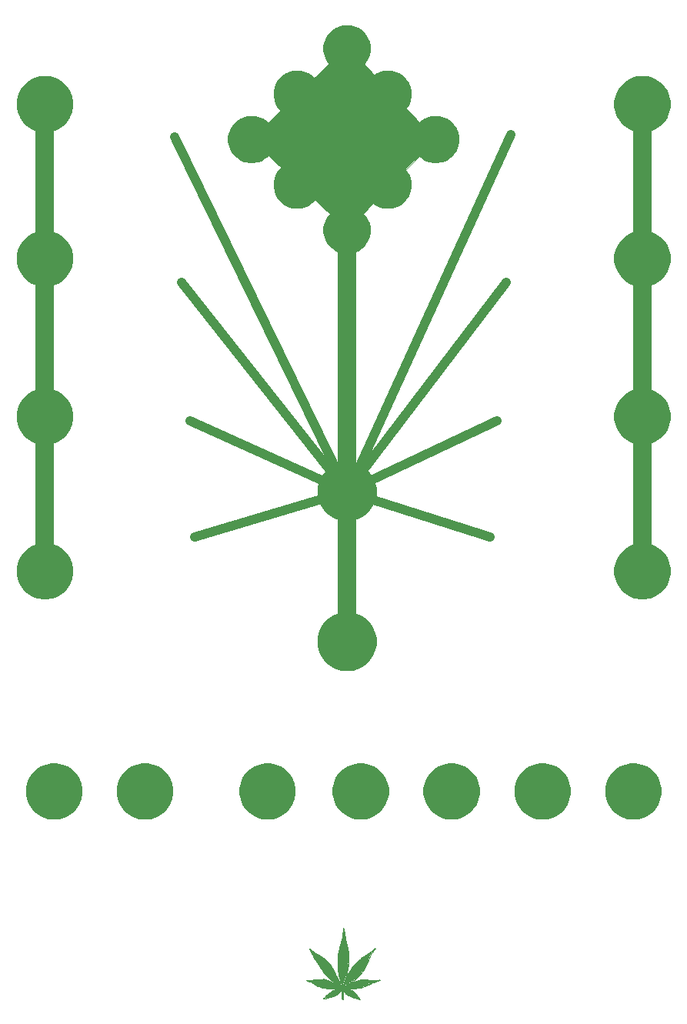
<source format=gbr>
G04 #@! TF.GenerationSoftware,KiCad,Pcbnew,(5.1.5-0)*
G04 #@! TF.CreationDate,2021-01-20T17:05:57-08:00*
G04 #@! TF.ProjectId,1050mixerseq,31303530-6d69-4786-9572-7365712e6b69,rev?*
G04 #@! TF.SameCoordinates,Original*
G04 #@! TF.FileFunction,Soldermask,Top*
G04 #@! TF.FilePolarity,Negative*
%FSLAX46Y46*%
G04 Gerber Fmt 4.6, Leading zero omitted, Abs format (unit mm)*
G04 Created by KiCad (PCBNEW (5.1.5-0)) date 2021-01-20 17:05:57*
%MOMM*%
%LPD*%
G04 APERTURE LIST*
%ADD10C,2.000000*%
%ADD11C,1.000000*%
%ADD12C,0.100000*%
%ADD13C,0.000002*%
%ADD14C,0.001000*%
G04 APERTURE END LIST*
D10*
X7750000Y-26500000D02*
X7750000Y-78500000D01*
X73500000Y-26500000D02*
X73500000Y-78500000D01*
D11*
X41000000Y-69000000D02*
X24250000Y-74000000D01*
X41000000Y-69000000D02*
X23750000Y-61250000D01*
X41000000Y-69000000D02*
X22750000Y-46000000D01*
X41000000Y-69000000D02*
X58500000Y-46000000D01*
X41000000Y-69000000D02*
X57500000Y-61250000D01*
X41000000Y-69000000D02*
X56750000Y-74000000D01*
X41250000Y-68750000D02*
X59000000Y-29750000D01*
X41000000Y-69000000D02*
X22000000Y-30000000D01*
D10*
X41000000Y-85750000D02*
X41000000Y-31250000D01*
D12*
G36*
X50750000Y-30250000D02*
G01*
X41000000Y-40250000D01*
X30500000Y-30250000D01*
X41000000Y-20000000D01*
X50750000Y-30250000D01*
G37*
X50750000Y-30250000D02*
X41000000Y-40250000D01*
X30500000Y-30250000D01*
X41000000Y-20000000D01*
X50750000Y-30250000D01*
G36*
X41160400Y-123747650D02*
G01*
X41712850Y-124027050D01*
X42039875Y-124354075D01*
X42174813Y-124584263D01*
X42406588Y-124854138D01*
X42100200Y-124770000D01*
X41846200Y-124693800D01*
X41668400Y-124630300D01*
X41293750Y-124496950D01*
X40934975Y-124303275D01*
X40674625Y-124017525D01*
X40550800Y-123855600D01*
X40614300Y-123893700D01*
X40588900Y-123830200D01*
X40652400Y-123658750D01*
X41160400Y-123747650D01*
G37*
X41160400Y-123747650D02*
X41712850Y-124027050D01*
X42039875Y-124354075D01*
X42174813Y-124584263D01*
X42406588Y-124854138D01*
X42100200Y-124770000D01*
X41846200Y-124693800D01*
X41668400Y-124630300D01*
X41293750Y-124496950D01*
X40934975Y-124303275D01*
X40674625Y-124017525D01*
X40550800Y-123855600D01*
X40614300Y-123893700D01*
X40588900Y-123830200D01*
X40652400Y-123658750D01*
X41160400Y-123747650D01*
G36*
X40366650Y-123766700D02*
G01*
X39998350Y-124198500D01*
X39560200Y-124471550D01*
X39179200Y-124611250D01*
X38429900Y-124776350D01*
X38912500Y-124249300D01*
X39306200Y-123982600D01*
X39674500Y-123779400D01*
X40144400Y-123703200D01*
X40169800Y-123703200D01*
X40366650Y-123766700D01*
G37*
X40366650Y-123766700D02*
X39998350Y-124198500D01*
X39560200Y-124471550D01*
X39179200Y-124611250D01*
X38429900Y-124776350D01*
X38912500Y-124249300D01*
X39306200Y-123982600D01*
X39674500Y-123779400D01*
X40144400Y-123703200D01*
X40169800Y-123703200D01*
X40366650Y-123766700D01*
G36*
X43573400Y-122738000D02*
G01*
X44005200Y-122763400D01*
X44583207Y-122773943D01*
X43903600Y-122928500D01*
X43471800Y-123119000D01*
X43128900Y-123334900D01*
X42709800Y-123500000D01*
X42176400Y-123588900D01*
X41731900Y-123614300D01*
X41154050Y-123595250D01*
X40576200Y-123576200D01*
X40512700Y-123500000D01*
X40728600Y-123436500D01*
X40735585Y-123385700D01*
X41051815Y-123258700D01*
X41585850Y-123030100D01*
X42138300Y-122826900D01*
X42532000Y-122712600D01*
X42976500Y-122712600D01*
X43573400Y-122738000D01*
G37*
X43573400Y-122738000D02*
X44005200Y-122763400D01*
X44583207Y-122773943D01*
X43903600Y-122928500D01*
X43471800Y-123119000D01*
X43128900Y-123334900D01*
X42709800Y-123500000D01*
X42176400Y-123588900D01*
X41731900Y-123614300D01*
X41154050Y-123595250D01*
X40576200Y-123576200D01*
X40512700Y-123500000D01*
X40728600Y-123436500D01*
X40735585Y-123385700D01*
X41051815Y-123258700D01*
X41585850Y-123030100D01*
X42138300Y-122826900D01*
X42532000Y-122712600D01*
X42976500Y-122712600D01*
X43573400Y-122738000D01*
G36*
X43560700Y-120083700D02*
G01*
X43319400Y-120579000D01*
X43116200Y-121036200D01*
X42855850Y-121556900D01*
X42582800Y-121912500D01*
X42271650Y-122325250D01*
X41801750Y-122718950D01*
X41300100Y-123055500D01*
X40195200Y-123652400D01*
X40220600Y-123322200D01*
X40525400Y-123271400D01*
X40773050Y-122833250D01*
X40988950Y-122369700D01*
X41154050Y-122039500D01*
X41338200Y-121747400D01*
X41503300Y-121429900D01*
X41782700Y-121074300D01*
X42062100Y-120756800D01*
X42392300Y-120464700D01*
X42735200Y-120236100D01*
X43116200Y-119982100D01*
X43509900Y-119715400D01*
X44043300Y-119321700D01*
X43560700Y-120083700D01*
G37*
X43560700Y-120083700D02*
X43319400Y-120579000D01*
X43116200Y-121036200D01*
X42855850Y-121556900D01*
X42582800Y-121912500D01*
X42271650Y-122325250D01*
X41801750Y-122718950D01*
X41300100Y-123055500D01*
X40195200Y-123652400D01*
X40220600Y-123322200D01*
X40525400Y-123271400D01*
X40773050Y-122833250D01*
X40988950Y-122369700D01*
X41154050Y-122039500D01*
X41338200Y-121747400D01*
X41503300Y-121429900D01*
X41782700Y-121074300D01*
X42062100Y-120756800D01*
X42392300Y-120464700D01*
X42735200Y-120236100D01*
X43116200Y-119982100D01*
X43509900Y-119715400D01*
X44043300Y-119321700D01*
X43560700Y-120083700D01*
G36*
X40715900Y-117950100D02*
G01*
X40817500Y-118432700D01*
X40931800Y-118889900D01*
X41014350Y-119220100D01*
X41077850Y-119601100D01*
X41122300Y-120121800D01*
X41122300Y-120655200D01*
X41071500Y-121239400D01*
X41008000Y-121760100D01*
X40865125Y-122255400D01*
X40566675Y-123271400D01*
X40353950Y-123220600D01*
X40119000Y-122306200D01*
X39945962Y-121442600D01*
X39961837Y-120655200D01*
X40014225Y-119994800D01*
X40176150Y-119220100D01*
X40411100Y-118407300D01*
X40538100Y-117632600D01*
X40601600Y-117111900D01*
X40715900Y-117950100D01*
G37*
X40715900Y-117950100D02*
X40817500Y-118432700D01*
X40931800Y-118889900D01*
X41014350Y-119220100D01*
X41077850Y-119601100D01*
X41122300Y-120121800D01*
X41122300Y-120655200D01*
X41071500Y-121239400D01*
X41008000Y-121760100D01*
X40865125Y-122255400D01*
X40566675Y-123271400D01*
X40353950Y-123220600D01*
X40119000Y-122306200D01*
X39945962Y-121442600D01*
X39961837Y-120655200D01*
X40014225Y-119994800D01*
X40176150Y-119220100D01*
X40411100Y-118407300D01*
X40538100Y-117632600D01*
X40601600Y-117111900D01*
X40715900Y-117950100D01*
G36*
X37096400Y-119524900D02*
G01*
X37413900Y-119766200D01*
X37979050Y-120083700D01*
X38575950Y-120515500D01*
X38950600Y-120896500D01*
X39350650Y-121461650D01*
X39947550Y-122642750D01*
X40246000Y-123207900D01*
X40258700Y-123220600D01*
X39928500Y-123246000D01*
X39826900Y-123195200D01*
X39471300Y-122947550D01*
X39064900Y-122579250D01*
X38734700Y-122230000D01*
X38379100Y-121798200D01*
X38099700Y-121379100D01*
X37909200Y-121125100D01*
X37655200Y-120667900D01*
X37401200Y-120299600D01*
X37159900Y-119880500D01*
X36880500Y-119321700D01*
X37096400Y-119524900D01*
G37*
X37096400Y-119524900D02*
X37413900Y-119766200D01*
X37979050Y-120083700D01*
X38575950Y-120515500D01*
X38950600Y-120896500D01*
X39350650Y-121461650D01*
X39947550Y-122642750D01*
X40246000Y-123207900D01*
X40258700Y-123220600D01*
X39928500Y-123246000D01*
X39826900Y-123195200D01*
X39471300Y-122947550D01*
X39064900Y-122579250D01*
X38734700Y-122230000D01*
X38379100Y-121798200D01*
X38099700Y-121379100D01*
X37909200Y-121125100D01*
X37655200Y-120667900D01*
X37401200Y-120299600D01*
X37159900Y-119880500D01*
X36880500Y-119321700D01*
X37096400Y-119524900D01*
G36*
X38502925Y-122703075D02*
G01*
X38839475Y-122798325D01*
X39103000Y-122890400D01*
X39801500Y-123296800D01*
X39831980Y-123324740D01*
X39839600Y-123309500D01*
X39839600Y-123322200D01*
X39831980Y-123324740D01*
X39750700Y-123487300D01*
X40144400Y-123627000D01*
X39934850Y-123652400D01*
X39541150Y-123677800D01*
X39064900Y-123677800D01*
X38620400Y-123614300D01*
X38137800Y-123500000D01*
X37744100Y-123385700D01*
X37337700Y-123157100D01*
X37020200Y-122928500D01*
X36613800Y-122801500D01*
X37261500Y-122750700D01*
X37794900Y-122712600D01*
X38258450Y-122706250D01*
X38502925Y-122703075D01*
G37*
X38502925Y-122703075D02*
X38839475Y-122798325D01*
X39103000Y-122890400D01*
X39801500Y-123296800D01*
X39831980Y-123324740D01*
X39839600Y-123309500D01*
X39839600Y-123322200D01*
X39831980Y-123324740D01*
X39750700Y-123487300D01*
X40144400Y-123627000D01*
X39934850Y-123652400D01*
X39541150Y-123677800D01*
X39064900Y-123677800D01*
X38620400Y-123614300D01*
X38137800Y-123500000D01*
X37744100Y-123385700D01*
X37337700Y-123157100D01*
X37020200Y-122928500D01*
X36613800Y-122801500D01*
X37261500Y-122750700D01*
X37794900Y-122712600D01*
X38258450Y-122706250D01*
X38502925Y-122703075D01*
G36*
X40500000Y-123284100D02*
G01*
X40288862Y-123477775D01*
X40507937Y-123573025D01*
X41258825Y-124115950D01*
X41077850Y-124211200D01*
X40500000Y-123754000D01*
X40512700Y-124846200D01*
X40398400Y-124706500D01*
X40392050Y-123817500D01*
X40436500Y-123817500D01*
X40055500Y-123601600D01*
X39769750Y-123449200D01*
X39934850Y-123169800D01*
X40500000Y-123284100D01*
G37*
X40500000Y-123284100D02*
X40288862Y-123477775D01*
X40507937Y-123573025D01*
X41258825Y-124115950D01*
X41077850Y-124211200D01*
X40500000Y-123754000D01*
X40512700Y-124846200D01*
X40398400Y-124706500D01*
X40392050Y-123817500D01*
X40436500Y-123817500D01*
X40055500Y-123601600D01*
X39769750Y-123449200D01*
X39934850Y-123169800D01*
X40500000Y-123284100D01*
D13*
X39979586Y-121596968D02*
X39986414Y-121663404D01*
X36560628Y-122785206D02*
G75*
G02X36562745Y-122780474I8833J-1112D01*
G01*
X36562745Y-122780475D02*
G75*
G02X36567170Y-122777659I6961J-6056D01*
G01*
X36567171Y-122777659D02*
G75*
G02X36576272Y-122775641I21302J-74534D01*
G01*
X36619176Y-122769928D02*
X36576272Y-122775641D01*
X36675382Y-122764579D02*
X36619176Y-122769928D01*
X36749523Y-122759059D02*
X36675382Y-122764579D01*
X36850810Y-122752773D02*
X36749523Y-122759059D01*
X36964250Y-122745535D02*
X36850810Y-122752773D01*
X37055159Y-122738329D02*
X36964250Y-122745535D01*
X37135946Y-122730142D02*
X37055159Y-122738329D01*
X37217522Y-122719967D02*
X37135946Y-122730142D01*
X37295588Y-122710763D02*
X37217522Y-122719967D01*
X37394548Y-122701810D02*
X37295588Y-122710763D01*
X37502731Y-122693949D02*
X37394548Y-122701810D01*
X37610022Y-122688039D02*
X37502731Y-122693949D01*
X37658893Y-122685783D02*
X37610022Y-122688039D01*
X37728084Y-122682592D02*
X37658893Y-122685783D01*
X37803746Y-122679104D02*
X37728084Y-122682592D01*
X37875022Y-122675821D02*
X37803746Y-122679104D01*
X38042892Y-122668843D02*
X37875022Y-122675821D01*
X38217753Y-122663052D02*
X38042892Y-122668843D01*
X38391324Y-122658069D02*
X38217753Y-122663052D01*
X38391324Y-122658069D02*
G75*
G02X38400393Y-122660507I462J-16364D01*
G01*
X38403889Y-122661762D02*
G75*
G02X38400393Y-122660507I1209J8867D01*
G01*
X38419388Y-122663775D02*
X38403889Y-122661762D01*
X38437771Y-122665819D02*
X38419388Y-122663775D01*
X38458715Y-122667713D02*
X38437771Y-122665819D01*
X39970054Y-121487481D02*
X39972649Y-121517124D01*
X41112378Y-123647086D02*
X41157522Y-123650622D01*
X41063537Y-123643388D02*
X41112378Y-123647086D01*
X41018194Y-123640058D02*
X41063537Y-123643388D01*
X40985022Y-123637755D02*
X41018194Y-123640058D01*
X40953615Y-123635486D02*
X40985022Y-123637755D01*
X40914584Y-123632326D02*
X40953615Y-123635486D01*
X40874606Y-123628849D02*
X40914584Y-123632326D01*
X40840022Y-123625579D02*
X40874606Y-123628849D01*
X40778512Y-123620402D02*
X40840022Y-123625579D01*
X40726901Y-123618134D02*
X40778512Y-123620402D01*
X39331364Y-121380665D02*
X39202584Y-121173051D01*
X39460123Y-121610277D02*
X39331364Y-121380665D01*
X40763811Y-123644985D02*
X40725611Y-123637712D01*
X40801820Y-123651668D02*
X40763811Y-123644985D01*
X40827522Y-123655429D02*
X40801820Y-123651668D01*
X40827522Y-123655429D02*
G75*
G02X40915850Y-123671576I-96572J-777952D01*
G01*
X41042223Y-123704860D02*
X40915850Y-123671576D01*
X41181550Y-123747366D02*
X41042223Y-123704860D01*
X41315022Y-123794009D02*
X41181550Y-123747366D01*
X41358649Y-123811046D02*
X41315022Y-123794009D01*
X41404637Y-123830487D02*
X41358649Y-123811046D01*
X41452079Y-123851930D02*
X41404637Y-123830487D01*
X41500085Y-123874987D02*
X41452079Y-123851930D01*
X41500085Y-123874988D02*
G75*
G02X41652408Y-123962179I-639105J-1293158D01*
G01*
X40100081Y-122347260D02*
X40102098Y-122357528D01*
X43120021Y-121015299D02*
G75*
G02X43119743Y-121016562I-3003J0D01*
G01*
X43111209Y-121034952D02*
X43119743Y-121016562D01*
X43101523Y-121055632D02*
X43111209Y-121034952D01*
X43090022Y-121079870D02*
X43101523Y-121055632D01*
X43078521Y-121104146D02*
X43090022Y-121079870D01*
X43068834Y-121124951D02*
X43078521Y-121104146D01*
X43060385Y-121143329D02*
X43068834Y-121124951D01*
X43060021Y-121144995D02*
G75*
G02X43060385Y-121143329I3995J0D01*
G01*
X43060021Y-121144995D02*
G75*
G02X43059292Y-121148297I-7840J0D01*
G01*
X43020677Y-121231421D02*
X43059292Y-121148297D01*
X42977758Y-121323339D02*
X43020677Y-121231421D01*
X42927442Y-121430277D02*
X42977758Y-121323339D01*
X42904537Y-121478174D02*
X42927442Y-121430277D01*
X42876801Y-121534980D02*
X42904537Y-121478174D01*
X42847730Y-121593998D02*
X42876801Y-121534980D01*
X42847731Y-121593997D02*
G75*
G02X42845022Y-121597777I-12801J6311D01*
G01*
X42843589Y-121599614D02*
G75*
G02X42845022Y-121597777I8150J-4881D01*
G01*
X42840177Y-121605418D02*
X42843588Y-121599615D01*
X42836238Y-121612435D02*
X42840177Y-121605418D01*
X42832041Y-121620277D02*
X42836238Y-121612435D01*
X42823008Y-121637116D02*
X42832041Y-121620277D01*
X42812309Y-121656309D02*
X42823008Y-121637116D01*
X42801117Y-121675799D02*
X42812309Y-121656309D01*
X42790563Y-121693576D02*
X42801117Y-121675799D01*
X42786359Y-121700601D02*
X42790563Y-121693576D01*
X42779895Y-121711546D02*
X42786359Y-121700601D01*
X42772630Y-121723921D02*
X42779895Y-121711546D01*
X42765538Y-121736076D02*
X42772630Y-121723921D01*
X42765539Y-121736076D02*
G75*
G02X42676513Y-121874537I-1594117J927112D01*
G01*
X42560765Y-122028716D02*
X42676513Y-121874537D01*
X42429379Y-122185115D02*
X42560765Y-122028716D01*
X42292561Y-122330767D02*
X42429379Y-122185115D01*
X42292561Y-122330767D02*
G75*
G02X42012462Y-122588051I-2992746J2977019D01*
G01*
X41702444Y-122826945D02*
X42012462Y-122588051D01*
X41346530Y-123058868D02*
X41702444Y-122826945D01*
X40927522Y-123295384D02*
X41346530Y-123058868D01*
X40907210Y-123306206D02*
X40927522Y-123295384D01*
X40883256Y-123319049D02*
X40907210Y-123306206D01*
X40859541Y-123331825D02*
X40883256Y-123319049D01*
X40840022Y-123342411D02*
X40859541Y-123331825D01*
X40822766Y-123351769D02*
X40840022Y-123342411D01*
X40806062Y-123360749D02*
X40822766Y-123351769D01*
X40791782Y-123368359D02*
X40806062Y-123360749D01*
X40784097Y-123372337D02*
X40791782Y-123368359D01*
X40767847Y-123382144D02*
G75*
G02X40784097Y-123372337I73169J-102870D01*
G01*
X40751467Y-123395234D02*
G75*
G02X40767847Y-123382145I125077J-139731D01*
G01*
X40738112Y-123408375D02*
G75*
G02X40751467Y-123395234I145858J-134885D01*
G01*
X40735021Y-123416267D02*
G75*
G02X40738111Y-123408375I11624J0D01*
G01*
X40735871Y-123419781D02*
G75*
G02X40735022Y-123416267I6849J3514D01*
G01*
X40738155Y-123421737D02*
G75*
G02X40735870Y-123419780I1247J3768D01*
G01*
X40742397Y-123422198D02*
G75*
G02X40738155Y-123421737I-1044J10127D01*
G01*
X40749641Y-123421103D02*
G75*
G02X40742398Y-123422199I-15184J75919D01*
G01*
X40768149Y-123415366D02*
G75*
G02X40749641Y-123421104I-36945J86448D01*
G01*
X40828992Y-123389023D02*
X40768149Y-123415366D01*
X40896972Y-123358528D02*
X40828992Y-123389023D01*
X40965022Y-123326643D02*
X40896972Y-123358528D01*
X40988044Y-123315656D02*
X40965022Y-123326643D01*
X41013850Y-123303400D02*
X40988044Y-123315656D01*
X41038478Y-123291750D02*
X41013850Y-123303400D01*
X41057522Y-123282798D02*
X41038478Y-123291750D01*
X41077497Y-123273393D02*
X41057522Y-123282798D01*
X41105600Y-123260054D02*
X41077497Y-123273393D01*
X41136247Y-123245444D02*
X41105600Y-123260054D01*
X41165022Y-123231661D02*
X41136247Y-123245444D01*
X41219936Y-123205361D02*
X41165022Y-123231661D01*
X41261702Y-123185535D02*
X41219936Y-123205361D01*
X41296707Y-123169148D02*
X41261702Y-123185535D01*
X41330022Y-123153816D02*
X41296707Y-123169148D01*
X41365354Y-123137574D02*
X41330022Y-123153816D01*
X41431774Y-123106749D02*
X41365354Y-123137574D01*
X41499694Y-123075132D02*
X41431774Y-123106749D01*
X41547522Y-123052733D02*
X41499694Y-123075132D01*
X41694502Y-122984657D02*
X41547522Y-123052733D01*
X41845333Y-122916903D02*
X41694502Y-122984657D01*
X41983653Y-122856658D02*
X41845333Y-122916903D01*
X42090022Y-122812680D02*
X41983653Y-122856658D01*
X42143337Y-122791611D02*
X42090022Y-122812680D01*
X42178135Y-122778359D02*
X42143337Y-122791611D01*
X42207932Y-122767769D02*
X42178135Y-122778359D01*
X42242522Y-122756289D02*
X42207932Y-122767769D01*
X42301620Y-122738467D02*
X42242522Y-122756289D01*
X42363071Y-122722384D02*
X42301620Y-122738467D01*
X42424574Y-122708597D02*
X42363071Y-122722384D01*
X42483822Y-122697669D02*
X42424574Y-122708597D01*
X42525789Y-122691782D02*
X42483822Y-122697669D01*
X42561324Y-122688975D02*
X42525789Y-122691782D01*
X42605896Y-122688261D02*
X42561324Y-122688975D01*
X42686322Y-122689370D02*
X42605896Y-122688261D01*
X42743234Y-122690735D02*
X42686322Y-122689370D01*
X42801607Y-122692737D02*
X42743234Y-122690735D01*
X42853546Y-122695032D02*
X42801607Y-122692737D01*
X42887522Y-122697267D02*
X42853546Y-122695032D01*
X42918287Y-122699702D02*
X42887522Y-122697267D01*
X42957662Y-122702627D02*
X42918287Y-122699702D01*
X42998691Y-122705545D02*
X42957662Y-122702627D01*
X43035022Y-122707990D02*
X42998691Y-122705545D01*
X43072057Y-122710418D02*
X43035022Y-122707990D01*
X43115318Y-122713293D02*
X43072057Y-122710418D01*
X43157867Y-122716150D02*
X43115318Y-122713293D01*
X43192522Y-122718510D02*
X43157867Y-122716150D01*
X43245145Y-122720680D02*
X43192522Y-122718510D01*
X43437897Y-122723130D02*
X43245145Y-122720680D01*
X43666132Y-122725346D02*
X43437897Y-122723130D01*
X43922522Y-122726997D02*
X43666132Y-122725346D01*
X44260194Y-122728974D02*
X43922522Y-122726997D01*
X44446598Y-122730953D02*
X44260194Y-122728974D01*
X44575267Y-122733028D02*
X44446598Y-122730953D01*
X44575267Y-122733028D02*
G75*
G02X44588772Y-122736729I-500J-28318D01*
G01*
X44588772Y-122736728D02*
G75*
G02X44597766Y-122745160I-13045J-22929D01*
G01*
X44597766Y-122745160D02*
G75*
G02X44600023Y-122755412I-12281J-8079D01*
G01*
X44600023Y-122755413D02*
G75*
G02X44594871Y-122765674I-18220J2725D01*
G01*
X44594870Y-122765673D02*
G75*
G02X44583207Y-122773943I-29662J29474D01*
G01*
X44583208Y-122773944D02*
G75*
G02X44565174Y-122781131I-63623J133418D01*
G01*
X44500776Y-122801805D02*
X44565174Y-122781131D01*
X44438093Y-122821392D02*
X44500776Y-122801805D01*
X44402522Y-122831377D02*
X44438093Y-122821392D01*
X44273171Y-122868169D02*
X44402522Y-122831377D01*
X44098786Y-122925203D02*
X44273171Y-122868169D01*
X43919767Y-122988251D02*
X44098786Y-122925203D01*
X43772522Y-123045274D02*
X43919767Y-122988251D01*
X43649199Y-123098078D02*
X43772522Y-123045274D01*
X43503927Y-123164591D02*
X43649199Y-123098078D01*
X43362600Y-123232490D02*
X43503927Y-123164591D01*
X43252522Y-123289199D02*
X43362600Y-123232490D01*
X43118504Y-123360433D02*
X43252522Y-123289199D01*
X43033440Y-123402696D02*
X43118504Y-123360433D01*
X42958987Y-123435131D02*
X43033440Y-123402696D01*
X42867522Y-123470178D02*
X42958987Y-123435131D01*
X42792423Y-123497307D02*
X42867522Y-123470178D01*
X42752851Y-123510723D02*
X42792423Y-123497307D01*
X42713400Y-123522598D02*
X42752851Y-123510723D01*
X42640022Y-123543034D02*
X42713400Y-123522598D01*
X42520804Y-123572545D02*
X42640022Y-123543034D01*
X42383620Y-123600279D02*
X42520804Y-123572545D01*
X42245884Y-123623156D02*
X42383620Y-123600279D01*
X42125022Y-123637838D02*
X42245884Y-123623156D01*
X42101013Y-123640138D02*
X42125022Y-123637838D01*
X42066506Y-123643487D02*
X42101013Y-123640138D01*
X42028547Y-123647195D02*
X42066506Y-123643487D01*
X41992522Y-123650739D02*
X42028547Y-123647195D01*
X41858935Y-123658145D02*
X41992522Y-123650739D01*
X41586190Y-123659806D02*
X41858935Y-123658145D01*
X41313070Y-123657895D02*
X41586190Y-123659806D01*
X41157522Y-123650622D02*
X41313070Y-123657895D01*
X40684700Y-123617876D02*
X40726901Y-123618134D01*
X40680021Y-123622584D02*
G75*
G02X40684700Y-123617876I4709J-1D01*
G01*
X40681145Y-123624719D02*
G75*
G02X40680022Y-123622585I1466J2134D01*
G01*
X40685529Y-123627293D02*
G75*
G02X40681144Y-123624719I15819J31971D01*
G01*
X39610636Y-121888155D02*
X39594341Y-121858062D01*
X39621221Y-121907777D02*
X39610636Y-121888155D01*
X41011249Y-122283226D02*
X40964982Y-122380277D01*
X41096807Y-122112328D02*
X41011249Y-122283226D01*
X41183548Y-121941636D02*
X41096807Y-122112328D01*
X41224269Y-121866527D02*
X41183548Y-121941636D01*
X41238678Y-121841366D02*
X41224269Y-121866527D01*
X41249929Y-121821636D02*
X41238678Y-121841366D01*
X41259609Y-121804555D02*
X41249929Y-121821636D01*
X41269048Y-121787777D02*
X41259609Y-121804555D01*
X41275983Y-121775624D02*
X41269048Y-121787777D01*
X41287590Y-121755731D02*
X41275983Y-121775624D01*
X41300976Y-121732985D02*
X41287590Y-121755731D01*
X41314458Y-121710277D02*
X41300976Y-121732985D01*
X41327575Y-121688268D02*
X41314458Y-121710277D01*
X41339864Y-121667624D02*
X41327575Y-121688268D01*
X41350197Y-121650243D02*
X41339864Y-121667624D01*
X41354889Y-121642307D02*
X41350197Y-121650243D01*
X41399259Y-121570233D02*
X41354889Y-121642307D01*
X41462393Y-121473837D02*
X41399259Y-121570233D01*
X41529939Y-121374271D02*
X41462393Y-121473837D01*
X41589543Y-121290277D02*
X41529939Y-121374271D01*
X41646819Y-121213641D02*
X41589543Y-121290277D01*
X41717177Y-121123061D02*
X41646819Y-121213641D01*
X41784639Y-121038542D02*
X41717177Y-121123061D01*
X41827847Y-120987777D02*
X41784639Y-121038542D01*
X43135064Y-120981889D02*
X43144416Y-120961958D01*
X43127187Y-120998945D02*
X43135064Y-120981889D01*
X43120294Y-121014044D02*
X43127187Y-120998945D01*
X43120022Y-121015299D02*
G75*
G02X43120294Y-121014044I3026J0D01*
G01*
X39575985Y-121824222D02*
X39558037Y-121791194D01*
X39594341Y-121858062D02*
X39575985Y-121824222D01*
X42412904Y-124882618D02*
G75*
G02X42412962Y-124890934I-10582J-4233D01*
G01*
X42412961Y-124890934D02*
G75*
G02X42410571Y-124893771I-5287J2029D01*
G01*
X42410571Y-124893771D02*
G75*
G02X42405675Y-124895933I-11328J19028D01*
G01*
X42405675Y-124895934D02*
G75*
G02X42398837Y-124897326I-10822J35655D01*
G01*
X42398838Y-124897325D02*
G75*
G02X42390414Y-124897777I-8424J78322D01*
G01*
X40893609Y-122541378D02*
X40885721Y-122560277D01*
X40920843Y-122479384D02*
X40893609Y-122541378D01*
X40947720Y-122418594D02*
X40920843Y-122479384D01*
X40964982Y-122380277D02*
X40947720Y-122418594D01*
X42390414Y-124897778D02*
G75*
G02X42375921Y-124896825I0J110737D01*
G01*
X42375921Y-124896825D02*
G75*
G02X42363016Y-124893965I9971J75534D01*
G01*
X42363016Y-124893965D02*
G75*
G02X42346281Y-124887761I53575J170197D01*
G01*
X42315022Y-124874046D02*
X42346281Y-124887761D01*
X42251838Y-124847762D02*
X42315022Y-124874046D01*
X42185736Y-124824319D02*
X42251838Y-124847762D01*
X42114120Y-124802862D02*
X42185736Y-124824319D01*
X42034294Y-124782548D02*
X42114120Y-124802862D01*
X41897606Y-124749292D02*
X42034294Y-124782548D01*
X39630128Y-121924323D02*
X39621221Y-121907777D01*
X39640235Y-121943074D02*
X39630128Y-121924323D01*
X40753305Y-122886243D02*
X40744490Y-122906661D01*
X40763179Y-122862378D02*
X40753305Y-122886243D01*
X40774497Y-122834151D02*
X40763179Y-122862378D01*
X40787768Y-122800277D02*
X40774497Y-122834151D01*
X40793655Y-122785324D02*
X40787768Y-122800277D01*
X40800109Y-122769333D02*
X40793655Y-122785324D01*
X40806173Y-122754627D02*
X40800109Y-122769333D01*
X41652408Y-123962178D02*
G75*
G02X41790509Y-124065987I-743206J-1132487D01*
G01*
X41790509Y-124065987D02*
G75*
G02X41908604Y-124181641I-808447J-943632D01*
G01*
X41908604Y-124181641D02*
G75*
G02X42001099Y-124304225I-691614J-618042D01*
G01*
X42093113Y-124447827D02*
X42001099Y-124304225D01*
X42158325Y-124544131D02*
X42093113Y-124447827D01*
X42219278Y-124626381D02*
X42158325Y-124544131D01*
X42294380Y-124720045D02*
X42219278Y-124626381D01*
X42337947Y-124772822D02*
X42294380Y-124720045D01*
X42351771Y-124789809D02*
X42337947Y-124772822D01*
X42362079Y-124803035D02*
X42351771Y-124789809D01*
X40134498Y-119270277D02*
X40120636Y-119320269D01*
X40810691Y-122744082D02*
X40806173Y-122754627D01*
X40814264Y-122735606D02*
X40810691Y-122744082D01*
X40817281Y-122727667D02*
X40814264Y-122735606D01*
X40819553Y-122720959D02*
X40817281Y-122727667D01*
X40820021Y-122717966D02*
G75*
G02X40819553Y-122720959I-9805J0D01*
G01*
X40820021Y-122717965D02*
G75*
G02X40820501Y-122714968I9600J-1D01*
G01*
X40822848Y-122708209D02*
X40820501Y-122714968D01*
X40825958Y-122700210D02*
X40822848Y-122708209D01*
X40829642Y-122691661D02*
X40825958Y-122700210D01*
X40843866Y-122659784D02*
X40829642Y-122691661D01*
X40852969Y-122638632D02*
X40843866Y-122659784D01*
X40859166Y-122623491D02*
X40852969Y-122638632D01*
X40860007Y-122619082D02*
G75*
G02X40859166Y-122623491I-11749J-43D01*
G01*
X40860007Y-122619082D02*
G75*
G02X40860459Y-122616632I6738J25D01*
G01*
X40863194Y-122609786D02*
X40860459Y-122616632D01*
X40866707Y-122601673D02*
X40863194Y-122609786D01*
X40870874Y-122592777D02*
X40866707Y-122601673D01*
X40875330Y-122583430D02*
X40870874Y-122592777D01*
X40879723Y-122573949D02*
X40875330Y-122583430D01*
X40883495Y-122565577D02*
X40879723Y-122573949D01*
X40885721Y-122560277D02*
X40883495Y-122565577D01*
X42377281Y-124823316D02*
X42362079Y-124803035D01*
X42393683Y-124846689D02*
X42377281Y-124823316D01*
X42393683Y-124846690D02*
G75*
G02X42405528Y-124866666I-194982J-129113D01*
G01*
X42405528Y-124866666D02*
G75*
G02X42412903Y-124882618I-148143J-78170D01*
G01*
X41837272Y-120977192D02*
X41827847Y-120987777D01*
X41857031Y-120954856D02*
X41837272Y-120977192D01*
X41880430Y-120928361D02*
X41857031Y-120954856D01*
X41905193Y-120900277D02*
X41880430Y-120928361D01*
X42013704Y-120783304D02*
X41905193Y-120900277D01*
X42146053Y-120652079D02*
X42013704Y-120783304D01*
X42277297Y-120530085D02*
X42146053Y-120652079D01*
X42380250Y-120444220D02*
X42277297Y-120530085D01*
X42467428Y-120378727D02*
X42380250Y-120444220D01*
X42546415Y-120323278D02*
X42467428Y-120378727D01*
X42648457Y-120256351D02*
X42546415Y-120323278D01*
X42827522Y-120142769D02*
X42648457Y-120256351D01*
X42889629Y-120103344D02*
X42827522Y-120142769D01*
X42956365Y-120060469D02*
X42889629Y-120103344D01*
X43017965Y-120020471D02*
X42956365Y-120060469D01*
X43062522Y-119990991D02*
X43017965Y-120020471D01*
X43197222Y-119899298D02*
X43062522Y-119990991D01*
X43320866Y-119812251D02*
X43197222Y-119899298D01*
X43468690Y-119704774D02*
X43320866Y-119812251D01*
X43690022Y-119540957D02*
X43468690Y-119704774D01*
X43733928Y-119508350D02*
X43690022Y-119540957D01*
X43776959Y-119476446D02*
X43733928Y-119508350D01*
X43814011Y-119449020D02*
X43776959Y-119476446D01*
X43835022Y-119433543D02*
X43814011Y-119449020D01*
X43851209Y-119421646D02*
X43835022Y-119433543D01*
X43868850Y-119408643D02*
X43851209Y-119421646D01*
X43885320Y-119396471D02*
X43868850Y-119408643D01*
X43897522Y-119387414D02*
X43885320Y-119396471D01*
X43937477Y-119359270D02*
X43897522Y-119387414D01*
X43992952Y-119323208D02*
X43937477Y-119359270D01*
X44049438Y-119287759D02*
X43992952Y-119323208D01*
X44049438Y-119287760D02*
G75*
G02X44064761Y-119281269I28471J-45884D01*
G01*
X44064761Y-119281268D02*
G75*
G02X44077504Y-119279947I10974J-43717D01*
G01*
X44077504Y-119279947D02*
G75*
G02X44084070Y-119284069I-305J-7776D01*
G01*
X44084070Y-119284070D02*
G75*
G02X44084527Y-119292656I-8997J-4784D01*
G01*
X44084527Y-119292655D02*
G75*
G02X44077667Y-119305539I-63438J25510D01*
G01*
X44065329Y-119322507D02*
X44077667Y-119305539D01*
X44045976Y-119346851D02*
X44065329Y-119322507D01*
X44026429Y-119370518D02*
X44045976Y-119346851D01*
X44026429Y-119370517D02*
G75*
G02X44016963Y-119380277I-72727J61071D01*
G01*
X43999895Y-119398072D02*
G75*
G02X44016963Y-119380277I123500J-101373D01*
G01*
X43945948Y-119464257D02*
X43999895Y-119398072D01*
X43891922Y-119531904D02*
X43945948Y-119464257D01*
X43851038Y-119585277D02*
X43891922Y-119531904D01*
X43774034Y-119693698D02*
X43851038Y-119585277D01*
X43713980Y-119789678D02*
X43774034Y-119693698D01*
X43648409Y-119910452D02*
X43713980Y-119789678D01*
X43545463Y-120115277D02*
X43648409Y-119910452D01*
X43512314Y-120182396D02*
X43545463Y-120115277D01*
X43482337Y-120243418D02*
X43512314Y-120182396D01*
X43457300Y-120294652D02*
X43482337Y-120243418D01*
X43448740Y-120312777D02*
X43457300Y-120294652D01*
X43433870Y-120344997D02*
X43448740Y-120312777D01*
X43398656Y-120420485D02*
X43433870Y-120344997D01*
X43363434Y-120495815D02*
X43398656Y-120420485D01*
X43342505Y-120540277D02*
X43363434Y-120495815D01*
X43336270Y-120553483D02*
X43342505Y-120540277D01*
X43326572Y-120574090D02*
X43336270Y-120553483D01*
X43315623Y-120597387D02*
X43326572Y-120574090D01*
X43304881Y-120620277D02*
X43315623Y-120597387D01*
X43252656Y-120731614D02*
X43304881Y-120620277D01*
X43205466Y-120832138D02*
X43252656Y-120731614D01*
X43166565Y-120914935D02*
X43205466Y-120832138D01*
X43144416Y-120961958D02*
X43166565Y-120914935D01*
X39956089Y-120270173D02*
X39950432Y-120347777D01*
X39991414Y-119934273D02*
X39989359Y-119951746D01*
X39999812Y-121775277D02*
X40002112Y-121791881D01*
X37720022Y-123404199D02*
X37785345Y-123431444D01*
X37672193Y-123382386D02*
X37720022Y-123404199D01*
X37596008Y-123345116D02*
X37672193Y-123382386D01*
X37513874Y-123304229D02*
X37596008Y-123345116D01*
X38458715Y-122667712D02*
G75*
G02X38537077Y-122677867I-68767J-838110D01*
G01*
X38634167Y-122697547D02*
X38537077Y-122677867D01*
X38738541Y-122723880D02*
X38634167Y-122697547D01*
X38840022Y-122754629D02*
X38738541Y-122723880D01*
X38911345Y-122778648D02*
X38840022Y-122754629D01*
X38962918Y-122797344D02*
X38911345Y-122778648D01*
X39014767Y-122818060D02*
X38962918Y-122797344D01*
X39087522Y-122848978D02*
X39014767Y-122818060D01*
X39136095Y-122871297D02*
X39087522Y-122848978D01*
X39222054Y-122913707D02*
X39136095Y-122871297D01*
X39307800Y-122957003D02*
X39222054Y-122913707D01*
X39357522Y-122983724D02*
X39307800Y-122957003D01*
X39374485Y-122993290D02*
X39357522Y-122983724D01*
X39392381Y-123003359D02*
X39374485Y-122993290D01*
X39408665Y-123012503D02*
X39392381Y-123003359D01*
X39420022Y-123018855D02*
X39408665Y-123012503D01*
X39467579Y-123046350D02*
X39420022Y-123018855D01*
X39529264Y-123083880D02*
X39467579Y-123046350D01*
X39594127Y-123124579D02*
X39529264Y-123083880D01*
X39652522Y-123162529D02*
X39594127Y-123124579D01*
X39769621Y-123239782D02*
X39652522Y-123162529D01*
X39784217Y-123242895D02*
G75*
G02X39769621Y-123239782I-3296J20324D01*
G01*
X39785880Y-123236626D02*
G75*
G02X39784217Y-123242894I-2231J-2763D01*
G01*
X39686635Y-123156997D02*
X39785879Y-123236626D01*
X39576355Y-123068615D02*
X39686635Y-123156997D01*
X39455655Y-122971064D02*
X39576355Y-123068615D01*
X39346190Y-122882022D02*
X39455655Y-122971064D01*
X39297522Y-122841366D02*
X39346190Y-122882022D01*
X39060218Y-122628564D02*
X39297522Y-122841366D01*
X38831976Y-122403889D02*
X39060218Y-122628564D01*
X38626302Y-122181368D02*
X38831976Y-122403889D01*
X38457522Y-121975413D02*
X38626302Y-122181368D01*
X38447035Y-121961730D02*
X38457522Y-121975413D01*
X38430933Y-121940881D02*
X38447035Y-121961730D01*
X38412804Y-121917489D02*
X38430933Y-121940881D01*
X38395094Y-121894720D02*
X38412804Y-121917489D01*
X38350771Y-121836679D02*
X38395094Y-121894720D01*
X38298022Y-121765362D02*
X38350771Y-121836679D01*
X38243294Y-121689659D02*
X38298022Y-121765362D01*
X38192611Y-121617777D02*
X38243294Y-121689659D01*
X38115794Y-121505183D02*
X38192611Y-121617777D01*
X38003314Y-121336047D02*
X38115794Y-121505183D01*
X37892960Y-121168079D02*
X38003314Y-121336047D01*
X37827810Y-121065811D02*
X37892960Y-121168079D01*
X37812852Y-121041839D02*
X37827810Y-121065811D01*
X37793501Y-121011028D02*
X37812852Y-121041839D01*
X37773210Y-120978853D02*
X37793501Y-121011028D01*
X37755098Y-120950277D02*
X37773210Y-120978853D01*
X37732466Y-120914465D02*
X37755098Y-120950277D01*
X37694344Y-120853699D02*
X37732466Y-120914465D01*
X37650478Y-120783586D02*
X37694344Y-120853699D01*
X37606299Y-120712777D02*
X37650478Y-120783586D01*
X37563762Y-120644522D02*
X37606299Y-120712777D01*
X37524866Y-120582137D02*
X37563762Y-120644522D01*
X37492249Y-120529846D02*
X37524866Y-120582137D01*
X37480010Y-120510277D02*
X37492249Y-120529846D01*
X37437630Y-120441590D02*
X37480010Y-120510277D01*
X37367790Y-120326106D02*
X37437630Y-120441590D01*
X37297729Y-120209490D02*
X37367790Y-120326106D01*
X37272165Y-120165277D02*
X37297729Y-120209490D01*
X37269328Y-120160248D02*
X37272165Y-120165277D01*
X37265217Y-120153074D02*
X37269328Y-120160248D01*
X37260674Y-120145211D02*
X37265217Y-120153074D01*
X37256342Y-120137777D02*
X37260674Y-120145211D01*
X37227044Y-120087083D02*
X37256342Y-120137777D01*
X37168968Y-119985057D02*
X37227044Y-120087083D01*
X37110346Y-119881702D02*
X37168968Y-119985057D01*
X37088754Y-119842777D02*
X37110346Y-119881702D01*
X37079351Y-119825536D02*
X37088754Y-119842777D01*
X37067835Y-119804543D02*
X37079351Y-119825536D01*
X37056140Y-119783314D02*
X37067835Y-119804543D01*
X37046150Y-119765277D02*
X37056140Y-119783314D01*
X37017394Y-119710797D02*
X37046150Y-119765277D01*
X36962647Y-119600518D02*
X37017394Y-119710797D01*
X36902078Y-119477345D02*
X36962647Y-119600518D01*
X36902079Y-119477345D02*
G75*
G02X36900022Y-119468491I18028J8854D01*
G01*
X36899530Y-119465636D02*
G75*
G02X36900022Y-119468491I-8045J-2855D01*
G01*
X36897209Y-119459477D02*
X36899530Y-119465636D01*
X36894113Y-119452210D02*
X36897209Y-119459477D01*
X36890446Y-119444500D02*
X36894113Y-119452210D01*
X36890446Y-119444500D02*
G75*
G02X36875567Y-119410779I353949J176315D01*
G01*
X36862376Y-119372674D02*
X36875567Y-119410779D01*
X36852797Y-119337022D02*
X36862376Y-119372674D01*
X36852798Y-119337021D02*
G75*
G02X36850022Y-119312709I105091J24312D01*
G01*
X36850022Y-119312709D02*
G75*
G02X36852313Y-119301889I26694J0D01*
G01*
X36852313Y-119301889D02*
G75*
G02X36858734Y-119293767I19006J-8428D01*
G01*
X36858734Y-119293767D02*
G75*
G02X36868045Y-119289963I11741J-15439D01*
G01*
X36868045Y-119289963D02*
G75*
G02X36878409Y-119291121I2783J-22042D01*
G01*
X39799378Y-123249505D02*
G75*
G02X39807816Y-123255118I-42084J-72409D01*
G01*
X39793690Y-123248010D02*
G75*
G02X39799378Y-123249505I137J-11046D01*
G01*
X39792163Y-123250169D02*
G75*
G02X39793690Y-123248010I1547J525D01*
G01*
X39795021Y-123255277D02*
G75*
G02X39792163Y-123250169I12406J10295D01*
G01*
X39798004Y-123258135D02*
G75*
G02X39795022Y-123255277I10995J14458D01*
G01*
X39801808Y-123260528D02*
G75*
G02X39798004Y-123258136I11528J22553D01*
G01*
X39805813Y-123262133D02*
G75*
G02X39801808Y-123260528I6762J22671D01*
G01*
X39809384Y-123262619D02*
G75*
G02X39805813Y-123262133I-229J11691D01*
G01*
X39813439Y-123262263D02*
G75*
G02X39809384Y-123262618I-4642J29680D01*
G01*
X39814221Y-123261131D02*
G75*
G02X39813438Y-123262263I-929J-194D01*
G01*
X39813100Y-123259282D02*
G75*
G02X39814221Y-123261131I-2062J-2515D01*
G01*
X39807816Y-123255118D02*
X39813100Y-123259282D01*
X40582574Y-117069496D02*
G75*
G02X40591771Y-117060571I24520J-16067D01*
G01*
X40591771Y-117060571D02*
G75*
G02X40602879Y-117057745I10107J-16484D01*
G01*
X40602879Y-117057745D02*
G75*
G02X40613607Y-117061707I-996J-19203D01*
G01*
X40613606Y-117061707D02*
G75*
G02X40621759Y-117071527I-17650J-22947D01*
G01*
X40621760Y-117071527D02*
G75*
G02X40633695Y-117104885I-124673J-63421D01*
G01*
X40649153Y-117180779D02*
X40633695Y-117104885D01*
X40666249Y-117280893D02*
X40649153Y-117180779D01*
X40684771Y-117407777D02*
X40666249Y-117280893D01*
X40689195Y-117439649D02*
X40684771Y-117407777D01*
X40693664Y-117471324D02*
X40689195Y-117439649D01*
X40697609Y-117498853D02*
X40693664Y-117471324D01*
X40700058Y-117515277D02*
X40697609Y-117498853D01*
X40702198Y-117529274D02*
X40700058Y-117515277D01*
X40704846Y-117546746D02*
X40702198Y-117529274D01*
X40707550Y-117564693D02*
X40704846Y-117546746D01*
X40709879Y-117580277D02*
X40707550Y-117564693D01*
X40750474Y-117845675D02*
X40709879Y-117580277D01*
X40782146Y-118033530D02*
X40750474Y-117845675D01*
X40812899Y-118191341D02*
X40782146Y-118033530D01*
X40849454Y-118355379D02*
X40812899Y-118191341D01*
X40874492Y-118458731D02*
X40849454Y-118355379D01*
X40906786Y-118586990D02*
X40874492Y-118458731D01*
X40938947Y-118712230D02*
X40906786Y-118586990D01*
X40949546Y-118747777D02*
X40938947Y-118712230D01*
X40951577Y-118754390D02*
X40949546Y-118747777D01*
X40954324Y-118764684D02*
X40951577Y-118754390D01*
X40957226Y-118776332D02*
X40954324Y-118764684D01*
X40959866Y-118787777D02*
X40957226Y-118776332D01*
X40962509Y-118799406D02*
X40959866Y-118787777D01*
X40965418Y-118811606D02*
X40962509Y-118799406D01*
X40968167Y-118822654D02*
X40965418Y-118811606D01*
X40970219Y-118830277D02*
X40968167Y-118822654D01*
X40991211Y-118911306D02*
X40970219Y-118830277D01*
X41020319Y-119039530D02*
X40991211Y-118911306D01*
X41047583Y-119167148D02*
X41020319Y-119039530D01*
X41060471Y-119240277D02*
X41047583Y-119167148D01*
X41062659Y-119254272D02*
X41060471Y-119240277D01*
X41065675Y-119271746D02*
X41062659Y-119254272D01*
X41068972Y-119289692D02*
X41065675Y-119271746D01*
X41072053Y-119305277D02*
X41068972Y-119289692D01*
X41083969Y-119371401D02*
X41072053Y-119305277D01*
X41098521Y-119470705D02*
X41083969Y-119371401D01*
X41113047Y-119582002D02*
X41098521Y-119470705D01*
X41125375Y-119690277D02*
X41113047Y-119582002D01*
X41133692Y-119777355D02*
X41125375Y-119690277D01*
X41141238Y-119873355D02*
X41133692Y-119777355D01*
X41149412Y-119996795D02*
X41141238Y-119873355D01*
X41159993Y-120175277D02*
X41149412Y-119996795D01*
X41164428Y-120311801D02*
X41159993Y-120175277D01*
X41163207Y-120473699D02*
X41164428Y-120311801D01*
D14*
X41156205Y-120680188D02*
X41163207Y-120473699D01*
X41142243Y-120960277D02*
X41156205Y-120680188D01*
D13*
X41138309Y-121013260D02*
X41142243Y-120960277D01*
X41129073Y-121107488D02*
X41138309Y-121013260D01*
X41118702Y-121204897D02*
X41129073Y-121107488D01*
X41109856Y-121277777D02*
X41118702Y-121204897D01*
X41107613Y-121295020D02*
X41109856Y-121277777D01*
X41104937Y-121316012D02*
X41107613Y-121295020D01*
X41102271Y-121337241D02*
X41104937Y-121316012D01*
X41100050Y-121355277D02*
X41102271Y-121337241D01*
X41097806Y-121372962D02*
X41100050Y-121355277D01*
X41095075Y-121393074D02*
X41097806Y-121372962D01*
X41092299Y-121412476D02*
X41095075Y-121393074D01*
X41089942Y-121427777D02*
X41092299Y-121412476D01*
X41087622Y-121442744D02*
X41089942Y-121427777D01*
X41084972Y-121461012D02*
X41087622Y-121442744D01*
X41082418Y-121479518D02*
X41084972Y-121461012D01*
X41080389Y-121495277D02*
X41082418Y-121479518D01*
X41061335Y-121617675D02*
X41080389Y-121495277D01*
X41021650Y-121819623D02*
X41061335Y-121617675D01*
X40978766Y-122021371D02*
X41021650Y-121819623D01*
X40947485Y-122145277D02*
X40978766Y-122021371D01*
X40944512Y-122155948D02*
X40947485Y-122145277D01*
X40941467Y-122167340D02*
X40944512Y-122155948D01*
X40938776Y-122177807D02*
X40941467Y-122167340D01*
X40936995Y-122185277D02*
X40938776Y-122177807D01*
X40927390Y-122223770D02*
X40936995Y-122185277D01*
X40897648Y-122331388D02*
X40927390Y-122223770D01*
X40867938Y-122437284D02*
X40897648Y-122331388D01*
X40850778Y-122495277D02*
X40867938Y-122437284D01*
X40846460Y-122509274D02*
X40850778Y-122495277D01*
X40841080Y-122526746D02*
X40846460Y-122509274D01*
X40835561Y-122544693D02*
X40841080Y-122526746D01*
X40830776Y-122560277D02*
X40835561Y-122544693D01*
X40813681Y-122614093D02*
X40830776Y-122560277D01*
X40782504Y-122708295D02*
X40813681Y-122614093D01*
X40749871Y-122805470D02*
X40782504Y-122708295D01*
X40724966Y-122877777D02*
X40749871Y-122805470D01*
X40714918Y-122906638D02*
X40724966Y-122877777D01*
X40705745Y-122933387D02*
X40714918Y-122906638D01*
X40698156Y-122955862D02*
X40705745Y-122933387D01*
X40695217Y-122965277D02*
X40698156Y-122955862D01*
X40692515Y-122974002D02*
X40695217Y-122965277D01*
X40686887Y-122990861D02*
X40692515Y-122974002D01*
X40680133Y-123010670D02*
X40686887Y-122990861D01*
X40672951Y-123031307D02*
X40680133Y-123010670D01*
X40655426Y-123084707D02*
X40672951Y-123031307D01*
X40655298Y-123104677D02*
G75*
G02X40655426Y-123084707I33535J9771D01*
G01*
X40662456Y-123105327D02*
G75*
G02X40655299Y-123104677I-3451J1730D01*
G01*
X40682120Y-123062777D02*
X40662455Y-123105327D01*
X40688098Y-123048783D02*
X40682120Y-123062777D01*
X40694664Y-123033598D02*
X40688098Y-123048783D01*
X40700839Y-123019472D02*
X40694664Y-123033598D01*
X40705464Y-123009082D02*
X40700839Y-123019472D01*
X40709124Y-123000664D02*
X40705464Y-123009082D01*
X40712214Y-122992904D02*
X40709124Y-123000664D01*
X40714584Y-122986362D02*
X40712214Y-122992904D01*
X40715021Y-122983771D02*
G75*
G02X40714584Y-122986362I-7897J0D01*
G01*
X40715021Y-122983771D02*
G75*
G02X40715482Y-122981197I7424J0D01*
G01*
X40717959Y-122974785D02*
X40715482Y-122981197D01*
X40721191Y-122967186D02*
X40717959Y-122974785D01*
X40725022Y-122958958D02*
X40721191Y-122967186D01*
X40728851Y-122950659D02*
X40725022Y-122958958D01*
X40732084Y-122942840D02*
X40728851Y-122950659D01*
X40734508Y-122936216D02*
X40732084Y-122942840D01*
X40735021Y-122933153D02*
G75*
G02X40734508Y-122936216I-9398J0D01*
G01*
X40735022Y-122933153D02*
G75*
G02X40735503Y-122930064I10154J0D01*
G01*
X40737803Y-122923264D02*
X40735503Y-122930064D01*
X40740864Y-122915223D02*
X40737803Y-122923264D01*
X40744490Y-122906661D02*
X40740864Y-122915223D01*
X39514682Y-121708855D02*
X39510103Y-121700347D01*
X39514682Y-121708855D02*
G75*
G02X39515022Y-121710212I-2538J-1357D01*
G01*
X39504695Y-121690555D02*
X39498277Y-121679295D01*
X39510103Y-121700347D02*
X39504695Y-121690555D01*
X37513874Y-123304228D02*
G75*
G02X37505022Y-123297537I13556J27135D01*
G01*
X37503092Y-123295897D02*
G75*
G02X37505022Y-123297537I-5453J-8377D01*
G01*
X37495912Y-123291285D02*
X37503091Y-123295898D01*
X37487281Y-123285930D02*
X37495912Y-123291285D01*
X37477522Y-123280101D02*
X37487281Y-123285930D01*
X37467356Y-123274103D02*
X37477522Y-123280101D01*
X37457487Y-123268234D02*
X37467356Y-123274103D01*
X37449047Y-123263177D02*
X37457487Y-123268234D01*
X37444424Y-123260341D02*
X37449047Y-123263177D01*
X37440259Y-123257797D02*
X37444424Y-123260341D01*
X37434094Y-123254150D02*
X37440259Y-123257797D01*
X37427233Y-123250155D02*
X37434094Y-123254150D01*
X37420629Y-123246375D02*
X37427233Y-123250155D01*
X37420629Y-123246375D02*
G75*
G02X37410474Y-123239975I63669J112281D01*
G01*
X37382016Y-123220005D02*
X37410474Y-123239975D01*
X37348261Y-123195940D02*
X37382016Y-123220005D01*
X37311226Y-123169103D02*
X37348261Y-123195940D01*
X37133114Y-123046773D02*
X37311226Y-123169103D01*
X36986099Y-122963678D02*
G75*
G02X37133114Y-123046773I-631554J-1288984D01*
G01*
X36826951Y-122896610D02*
G75*
G02X36986098Y-122963679I-510715J-1434241D01*
G01*
X36608826Y-122824954D02*
X36826951Y-122896611D01*
X36576926Y-122815042D02*
X36608826Y-122824954D01*
X36576927Y-122815042D02*
G75*
G02X36566329Y-122810106I14167J44263D01*
G01*
X36566329Y-122810106D02*
G75*
G02X36561681Y-122804159I5938J9430D01*
G01*
X36561681Y-122804159D02*
G75*
G02X36560076Y-122794254I30438J10015D01*
G01*
X36560076Y-122794254D02*
G75*
G02X36560628Y-122785206I70514J241D01*
G01*
X41785632Y-124719595D02*
X41897606Y-124749292D01*
X41698054Y-124693690D02*
X41785632Y-124719595D01*
X41698055Y-124693690D02*
G75*
G02X41642522Y-124673101I169046J541143D01*
G01*
X41637486Y-124671027D02*
X41642522Y-124673101D01*
X41630318Y-124668265D02*
X41637486Y-124671027D01*
X41622455Y-124665344D02*
X41630318Y-124668265D01*
X41615022Y-124662696D02*
X41622455Y-124665344D01*
X41607177Y-124659863D02*
X41615022Y-124662696D01*
X41598034Y-124656363D02*
X41607177Y-124659863D01*
X41589059Y-124652778D02*
X41598034Y-124656363D01*
X41581766Y-124649691D02*
X41589059Y-124652778D01*
X41575511Y-124647043D02*
X41581766Y-124649691D01*
X41569752Y-124644808D02*
X41575511Y-124647043D01*
X41564899Y-124643092D02*
X41569752Y-124644808D01*
X41562993Y-124642777D02*
G75*
G02X41564899Y-124643092I0J-5933D01*
G01*
X41562993Y-124642778D02*
G75*
G02X41559189Y-124642029I0J10037D01*
G01*
X41464667Y-124603305D02*
X41559189Y-124642029D01*
X41381032Y-124568860D02*
X41464667Y-124603305D01*
X41335022Y-124549343D02*
X41381032Y-124568860D01*
X41284226Y-124526283D02*
X41335022Y-124549343D01*
X41214035Y-124492512D02*
X41284226Y-124526283D01*
X41146005Y-124458811D02*
X41214035Y-124492512D01*
X41110022Y-124439386D02*
X41146005Y-124458811D01*
X41084250Y-124424488D02*
X41110022Y-124439386D01*
X41065712Y-124413819D02*
X41084250Y-124424488D01*
X41052040Y-124406010D02*
X41065712Y-124413819D01*
X41042522Y-124400665D02*
X41052040Y-124406010D01*
X41002423Y-124376144D02*
X41042522Y-124400665D01*
X40952352Y-124341071D02*
X41002423Y-124376144D01*
X40899465Y-124300893D02*
X40952352Y-124341071D01*
X40850022Y-124260105D02*
X40899465Y-124300893D01*
X40850022Y-124260106D02*
G75*
G02X40770238Y-124183873I695822J808099D01*
G01*
X40770238Y-124183873D02*
G75*
G02X40698595Y-124099661I781638J737557D01*
G01*
X40698596Y-124099661D02*
G75*
G02X40635002Y-124007259I878955J673003D01*
G01*
X40635001Y-124007258D02*
G75*
G02X40579292Y-123906527I1044989J643704D01*
G01*
X40566672Y-123882136D02*
X40579292Y-123906527D01*
X40558836Y-123871479D02*
G75*
G02X40566672Y-123882136I-34612J-33661D01*
G01*
X40552757Y-123869559D02*
G75*
G02X40558835Y-123871478I1254J-6611D01*
G01*
X40547112Y-123873439D02*
G75*
G02X40552758Y-123869558I7228J-4468D01*
G01*
X40545653Y-123878424D02*
G75*
G02X40547112Y-123873440I9773J-154D01*
G01*
X40543420Y-124021549D02*
X40545654Y-123878424D01*
X40541301Y-124181187D02*
X40543420Y-124021549D01*
X40539456Y-124369690D02*
X40541301Y-124181187D01*
X40537665Y-124558576D02*
X40539456Y-124369690D01*
X40535717Y-124719472D02*
X40537665Y-124558576D01*
X40533721Y-124862425D02*
X40535717Y-124719472D01*
X40533721Y-124862424D02*
G75*
G02X40532565Y-124871527I-41009J581D01*
G01*
X40532565Y-124871527D02*
G75*
G02X40531012Y-124875830I-20606J5007D01*
G01*
X40531011Y-124875830D02*
G75*
G02X40528627Y-124879473I-15676J7660D01*
G01*
X40528628Y-124879473D02*
G75*
G02X40525815Y-124881944I-9855J8380D01*
G01*
X40525814Y-124881943D02*
G75*
G02X40522998Y-124882777I-2816J4339D01*
G01*
X40522998Y-124882778D02*
G75*
G02X40518527Y-124881046I0J6637D01*
G01*
X40495478Y-124859837D02*
X40518527Y-124881046D01*
X40469013Y-124834616D02*
X40495478Y-124859837D01*
X40438906Y-124804683D02*
X40469013Y-124834616D01*
X40361648Y-124726588D02*
X40438906Y-124804683D01*
X40358335Y-124426359D02*
X40361648Y-124726588D01*
X40357066Y-124301023D02*
X40358335Y-124426359D01*
X40355995Y-124172704D02*
X40357066Y-124301023D01*
X40355237Y-124058674D02*
X40355995Y-124172704D01*
X40355022Y-123984454D02*
X40355237Y-124058674D01*
X40354720Y-123923849D02*
X40355022Y-123984454D01*
X40353728Y-123879717D02*
X40354720Y-123923849D01*
X40352369Y-123844990D02*
X40353728Y-123879717D01*
X40350060Y-123842777D02*
G75*
G02X40352369Y-123844990I-1J-2312D01*
G01*
X40347054Y-123844088D02*
G75*
G02X40350059Y-123842777I3005J-2787D01*
G01*
X40336630Y-123855560D02*
X40347055Y-123844089D01*
X40324618Y-123869615D02*
X40336630Y-123855560D01*
X40311309Y-123886292D02*
X40324618Y-123869615D01*
X40219679Y-123996929D02*
X40311309Y-123886292D01*
X40121336Y-124101497D02*
X40219679Y-123996929D01*
X40022618Y-124193723D02*
X40121336Y-124101497D01*
X40022618Y-124193723D02*
G75*
G02X39930022Y-124266907I-785138J898227D01*
G01*
X39793872Y-124357727D02*
X39930022Y-124266907D01*
X39660543Y-124434003D02*
X39793872Y-124357727D01*
X39520115Y-124500989D02*
X39660543Y-124434003D01*
X39362522Y-124563854D02*
X39520115Y-124500989D01*
X39306592Y-124583017D02*
X39362522Y-124563854D01*
X39214001Y-124612067D02*
X39306592Y-124583017D01*
X39120530Y-124640489D02*
X39214001Y-124612067D01*
X39120531Y-124640489D02*
G75*
G02X39085022Y-124649348I-111894J372905D01*
G01*
X39075788Y-124651427D02*
X39085022Y-124649348D01*
X39026256Y-124663853D02*
X39075788Y-124651427D01*
X38968574Y-124678414D02*
X39026256Y-124663853D01*
X38902522Y-124695214D02*
X38968574Y-124678414D01*
X38835223Y-124712309D02*
X38902522Y-124695214D01*
X38773647Y-124727802D02*
X38835223Y-124712309D01*
X38722000Y-124740673D02*
X38773647Y-124727802D01*
X38702522Y-124745258D02*
X38722000Y-124740673D01*
X38689392Y-124748201D02*
X38702522Y-124745258D01*
X38674725Y-124751527D02*
X38689392Y-124748201D01*
X38660765Y-124754724D02*
X38674725Y-124751527D01*
X38650022Y-124757222D02*
X38660765Y-124754724D01*
X38626495Y-124762411D02*
X38650022Y-124757222D01*
X38569890Y-124774006D02*
X38626495Y-124762411D01*
X38506655Y-124786751D02*
X38569890Y-124774006D01*
X38446570Y-124798613D02*
X38506655Y-124786751D01*
X38430754Y-124801291D02*
X38446570Y-124798613D01*
X38430754Y-124801291D02*
G75*
G02X38419488Y-124802124I-11660J81132D01*
G01*
X38419487Y-124802124D02*
G75*
G02X38410662Y-124801315I-221J46104D01*
G01*
X38410662Y-124801315D02*
G75*
G02X38402820Y-124798823I6419J33790D01*
G01*
X38402820Y-124798822D02*
G75*
G02X38393799Y-124785506I6402J14050D01*
G01*
X38393799Y-124785506D02*
G75*
G02X38399252Y-124766313I31269J1487D01*
G01*
X38399252Y-124766313D02*
G75*
G02X38427331Y-124731110I257590J-176662D01*
G01*
X38509998Y-124642550D02*
X38427331Y-124731110D01*
X38547172Y-124603045D02*
X38509998Y-124642550D01*
X38586499Y-124561019D02*
X38547172Y-124603045D01*
X38622351Y-124522510D02*
X38586499Y-124561019D01*
X38647522Y-124495213D02*
X38622351Y-124522510D01*
X38690178Y-124449392D02*
X38647522Y-124495213D01*
X38726361Y-124412256D02*
X38690178Y-124449392D01*
X38763224Y-124376564D02*
X38726361Y-124412256D01*
X38807926Y-124335277D02*
X38763224Y-124376564D01*
X38827115Y-124317823D02*
X38807926Y-124335277D01*
X38843687Y-124302653D02*
X38827115Y-124317823D01*
X38858008Y-124289477D02*
X38843687Y-124302653D01*
X38860021Y-124287406D02*
G75*
G02X38858008Y-124289477I-19819J17259D01*
G01*
X38860021Y-124287407D02*
G75*
G02X38862103Y-124285349I14795J-12883D01*
G01*
X38880147Y-124270015D02*
X38862103Y-124285349D01*
X38900885Y-124252487D02*
X38880147Y-124270015D01*
X38925022Y-124232231D02*
X38900885Y-124252487D01*
X39030470Y-124147248D02*
X38925022Y-124232231D01*
X39130076Y-124073754D02*
X39030470Y-124147248D01*
X39230113Y-124007287D02*
X39130076Y-124073754D01*
X39336795Y-123943515D02*
X39230113Y-124007287D01*
X39370714Y-123925268D02*
X39336795Y-123943515D01*
X39426262Y-123897389D02*
X39370714Y-123925268D01*
X39482493Y-123869994D02*
X39426262Y-123897389D01*
X39520022Y-123852890D02*
X39482493Y-123869994D01*
X39559757Y-123835775D02*
X39520022Y-123852890D01*
X39579737Y-123827382D02*
X39559757Y-123835775D01*
X39595779Y-123821025D02*
X39579737Y-123827382D01*
X39616272Y-123813347D02*
X39595779Y-123821025D01*
X39629186Y-123808599D02*
X39616272Y-123813347D01*
X39644287Y-123803046D02*
X39629186Y-123808599D01*
X39659151Y-123797580D02*
X39644287Y-123803046D01*
X39671272Y-123793122D02*
X39659151Y-123797580D01*
X39706104Y-123781114D02*
X39671272Y-123793122D01*
X39763274Y-123763030D02*
X39706104Y-123781114D01*
X39820340Y-123745577D02*
X39763274Y-123763030D01*
X39847522Y-123738372D02*
X39820340Y-123745577D01*
X39903341Y-123724277D02*
X39847522Y-123738372D01*
X39968904Y-123705292D02*
X39903341Y-123724277D01*
X40030034Y-123686296D02*
X39968904Y-123705292D01*
X40029691Y-123683050D02*
G75*
G02X40030034Y-123686296I-161J-1658D01*
G01*
X40027681Y-123683099D02*
G75*
G02X40029690Y-123683051I1204J-8298D01*
G01*
X40019709Y-123684287D02*
X40027681Y-123683099D01*
X40010305Y-123685799D02*
X40019709Y-123684287D01*
X39999690Y-123687644D02*
X40010305Y-123685799D01*
X39974754Y-123691359D02*
X39999690Y-123687644D01*
X39930359Y-123696376D02*
X39974754Y-123691359D01*
X39865074Y-123703070D02*
X39930359Y-123696376D01*
X39763645Y-123712894D02*
X39865074Y-123703070D01*
X39735352Y-123715035D02*
X39763645Y-123712894D01*
X39681795Y-123717839D02*
X39735352Y-123715035D01*
X39618915Y-123720681D02*
X39681795Y-123717839D01*
X39553645Y-123723169D02*
X39618915Y-123720681D01*
X39408340Y-123726041D02*
X39553645Y-123723169D01*
X39281748Y-123723781D02*
X39408340Y-123726041D01*
X39136661Y-123715269D02*
X39281748Y-123723781D01*
X38925022Y-123697707D02*
X39136661Y-123715269D01*
X38864771Y-123691119D02*
X38925022Y-123697707D01*
X38781738Y-123679690D02*
X38864771Y-123691119D01*
X38684250Y-123664788D02*
X38781738Y-123679690D01*
X38577522Y-123647109D02*
X38684250Y-123664788D01*
X38471857Y-123627377D02*
X38577522Y-123647109D01*
X38354034Y-123602215D02*
X38471857Y-123627377D01*
X38237305Y-123574654D02*
X38354034Y-123602215D01*
X38135022Y-123547637D02*
X38237305Y-123574654D01*
X38119381Y-123543300D02*
X38135022Y-123547637D01*
X38103397Y-123538981D02*
X38119381Y-123543300D01*
X38089207Y-123535245D02*
X38103397Y-123538981D01*
X38080022Y-123532966D02*
X38089207Y-123535245D01*
X38071722Y-123530851D02*
X38080022Y-123532966D01*
X38061053Y-123527839D02*
X38071722Y-123530851D01*
X38049914Y-123524499D02*
X38061053Y-123527839D01*
X38040022Y-123521321D02*
X38049914Y-123524499D01*
X38028663Y-123517567D02*
X38040022Y-123521321D01*
X38012381Y-123512256D02*
X38028663Y-123517567D01*
X37994485Y-123506458D02*
X38012381Y-123512256D01*
X37977522Y-123501004D02*
X37994485Y-123506458D01*
X37913400Y-123479584D02*
X37977522Y-123501004D01*
X37849573Y-123456485D02*
X37913400Y-123479584D01*
X37785345Y-123431444D02*
X37849573Y-123456485D01*
X40691588Y-123629800D02*
G75*
G02X40685529Y-123627293I15601J46284D01*
G01*
X40698772Y-123631862D02*
G75*
G02X40691589Y-123629800I19033J79840D01*
G01*
X40725611Y-123637712D02*
X40698772Y-123631862D01*
X36878409Y-119291121D02*
G75*
G02X36893800Y-119299519I-19851J-54684D01*
G01*
X36933573Y-119330444D02*
X36893800Y-119299519D01*
X36980950Y-119369163D02*
X36933573Y-119330444D01*
X37033636Y-119414359D02*
X36980950Y-119369163D01*
X37198174Y-119552127D02*
X37033636Y-119414359D01*
X37343791Y-119660502D02*
X37198174Y-119552127D01*
X37512714Y-119769733D02*
X37343791Y-119660502D01*
X37757522Y-119914069D02*
X37512714Y-119769733D01*
X40071306Y-119506615D02*
X40047577Y-119615220D01*
X39994593Y-119906118D02*
X39992916Y-119920277D01*
X39786280Y-122220659D02*
X39746362Y-122142777D01*
X39900735Y-122449065D02*
X39786280Y-122220659D01*
X40093793Y-119422863D02*
X40090420Y-119435871D01*
X40109796Y-122390277D02*
X40112223Y-122399554D01*
X38480696Y-120396196D02*
X38449731Y-120371569D01*
X38534121Y-120440261D02*
X38480696Y-120396196D01*
X40155296Y-119199293D02*
X40140717Y-119248596D01*
X39541545Y-121760738D02*
X39527657Y-121734784D01*
X39558037Y-121791194D02*
X39541545Y-121760738D01*
X40107389Y-122380966D02*
X40109796Y-122390277D01*
X40030667Y-122712450D02*
G75*
G02X40030022Y-122709625I5867J2825D01*
G01*
X40070128Y-122794375D02*
X40030666Y-122712451D01*
X39993686Y-121728002D02*
X39999812Y-121775277D01*
X40090420Y-119435871D02*
X40087276Y-119447511D01*
X40110559Y-119357297D02*
X40102925Y-119386256D01*
X40122102Y-122443678D02*
X40125424Y-122458215D01*
X40119792Y-122432777D02*
X40122102Y-122443678D01*
X40117434Y-122892202D02*
X40070128Y-122794375D01*
X40180900Y-123022769D02*
X40117434Y-122892202D01*
X40494836Y-117595277D02*
X40483743Y-117688355D01*
X38890510Y-120769449D02*
X38807249Y-120684817D01*
X38957941Y-120843323D02*
X38890510Y-120769449D01*
X39515378Y-121711643D02*
G75*
G02X39515022Y-121710212I2699J1431D01*
G01*
X39527657Y-121734784D02*
X39515377Y-121711643D01*
X39957431Y-121334943D02*
X39960146Y-121374262D01*
X39936197Y-120790776D02*
X39941200Y-121010800D01*
X37812323Y-119945700D02*
X37757522Y-119914069D01*
X37865350Y-119976582D02*
X37812323Y-119945700D01*
X37910594Y-120003170D02*
X37865350Y-119976582D01*
X39962884Y-121410118D02*
X39965155Y-121435277D01*
X40564571Y-117113376D02*
G75*
G02X40582574Y-117069496I122645J-24684D01*
G01*
X40483743Y-117688355D02*
X40466692Y-117818323D01*
X40466692Y-117818323D02*
X40448247Y-117952128D01*
X40448247Y-117952128D02*
X40432296Y-118060277D01*
X40094799Y-122321609D02*
X40097913Y-122336189D01*
X40172754Y-119140648D02*
X40155296Y-119199293D01*
X40165004Y-122616641D02*
X40188021Y-122705658D01*
X40152687Y-122567777D02*
X40165004Y-122616641D01*
X39939221Y-120585430D02*
X39936197Y-120790776D01*
X39997211Y-119888074D02*
X39994593Y-119906118D01*
X40096912Y-119410277D02*
X40093793Y-119422863D01*
X38591890Y-120488546D02*
X38534121Y-120440261D01*
X38642522Y-120531589D02*
X38591890Y-120488546D01*
X40140717Y-119248596D02*
X40134498Y-119270277D01*
X40046332Y-122082567D02*
X40069739Y-122208706D01*
X39972649Y-121517124D02*
X39974772Y-121542777D01*
X40102098Y-122357528D02*
X40104678Y-122369391D01*
X40120636Y-119320269D02*
X40110559Y-119357297D01*
X40112223Y-122399554D02*
X40114997Y-122411012D01*
X40274298Y-118790004D02*
X40191595Y-119077777D01*
X40024401Y-121953232D02*
X40046332Y-122082567D01*
X39986414Y-121663404D02*
X39993686Y-121728002D01*
X37935022Y-120017924D02*
X37910594Y-120003170D01*
X37952943Y-120028971D02*
X37935022Y-120017924D01*
X37971647Y-120040441D02*
X37952943Y-120028971D01*
X37988524Y-120050743D02*
X37971647Y-120040441D01*
X38000022Y-120057694D02*
X37988524Y-120050743D01*
X40097913Y-122336189D02*
X40100081Y-122347260D01*
X39955160Y-121297777D02*
X39957431Y-121334943D01*
X40391058Y-118296192D02*
X40339522Y-118534580D01*
X40102925Y-119386256D02*
X40096912Y-119410277D01*
X40432296Y-118060277D02*
X40391058Y-118296192D01*
X40114997Y-122411012D02*
X40117668Y-122422709D01*
X39965155Y-121435277D02*
X39967410Y-121458549D01*
X40010387Y-121855277D02*
X40024401Y-121953232D01*
X40147592Y-122547213D02*
X40152687Y-122567777D01*
X40141964Y-122524684D02*
X40147592Y-122547213D01*
X38338770Y-120288408D02*
X38212111Y-120198124D01*
X38449731Y-120371569D02*
X38338770Y-120288408D01*
X39966010Y-120160768D02*
X39956089Y-120270173D01*
X40085002Y-119455277D02*
X40071306Y-119506615D01*
X39490348Y-121665352D02*
X39480163Y-121647052D01*
X39498277Y-121679295D02*
X39490348Y-121665352D01*
X39675179Y-122007925D02*
X39657627Y-121975277D01*
X39696050Y-122047166D02*
X39675179Y-122007925D01*
X40293771Y-123203775D02*
G75*
G02X40278450Y-123204191I-7814J5438D01*
G01*
X40301642Y-123177617D02*
G75*
G02X40293772Y-123203776I-43965J-1036D01*
G01*
X40091336Y-122306189D02*
X40094799Y-122321609D01*
X40004965Y-121813215D02*
X40007876Y-121835494D01*
X40000258Y-119869324D02*
X39997211Y-119888074D01*
X39992916Y-119920277D02*
X39991414Y-119934273D01*
X39974772Y-121542777D02*
X39979586Y-121596968D01*
X39719842Y-122092235D02*
X39696050Y-122047166D01*
X39746362Y-122142777D02*
X39719842Y-122092235D01*
X39976782Y-120053128D02*
X39966010Y-120160768D01*
X40339522Y-118534580D02*
X40274298Y-118790004D01*
X40047577Y-119615220D02*
X40025096Y-119724104D01*
X40029044Y-122705488D02*
X39900735Y-122449065D01*
X40029045Y-122705488D02*
G75*
G02X40030022Y-122709625I-8269J-4137D01*
G01*
X38090998Y-120115371D02*
X38000022Y-120057694D01*
X38212111Y-120198124D02*
X38090998Y-120115371D01*
X39076981Y-120992044D02*
X38957941Y-120843323D01*
X39202584Y-121173051D02*
X39076981Y-120992044D01*
X40025096Y-119724104D02*
X40014785Y-119785277D01*
X40191595Y-119077777D02*
X40172754Y-119140648D01*
X39967410Y-121458549D02*
X39970054Y-121487481D01*
X40003300Y-119852777D02*
X40000258Y-119869324D01*
X40012686Y-119799437D02*
X40009713Y-119817481D01*
X39985041Y-119985277D02*
X39976782Y-120053128D01*
X40262789Y-122990486D02*
X40284316Y-123078882D01*
X40229915Y-122865277D02*
X40262789Y-122990486D01*
X40129114Y-122473688D02*
X40132635Y-122487777D01*
X40125424Y-122458215D02*
X40129114Y-122473688D01*
X40088031Y-122292260D02*
X40091336Y-122306189D01*
X40006422Y-119836231D02*
X40003300Y-119852777D01*
X40542634Y-117232589D02*
X40519274Y-117390793D01*
X39989359Y-119951746D02*
X39987122Y-119969693D01*
X40104678Y-122369391D02*
X40107389Y-122380966D01*
X40069739Y-122208706D02*
X40088031Y-122292260D01*
X39950432Y-120347777D02*
X39939221Y-120585430D01*
X40564571Y-117113377D02*
X40542634Y-117232589D01*
X40014785Y-119785277D02*
X40012686Y-119799437D01*
X40211965Y-122797481D02*
X40229915Y-122865277D01*
X40188021Y-122705658D02*
X40211965Y-122797481D01*
X40007876Y-121835494D02*
X40010387Y-121855277D01*
X40136652Y-122503561D02*
X40141964Y-122524684D01*
X40132635Y-122487777D02*
X40136652Y-122503561D01*
X39960146Y-121374262D02*
X39962884Y-121410118D01*
X40297789Y-123142241D02*
G75*
G02X40301641Y-123177617I-205937J-40320D01*
G01*
X40284316Y-123078882D02*
X40297790Y-123142241D01*
X39649971Y-121961116D02*
X39640235Y-121943074D01*
X39657627Y-121975277D02*
X39649971Y-121961116D01*
X40117668Y-122422709D02*
X40119792Y-122432777D01*
X40009713Y-119817481D02*
X40006422Y-119836231D01*
X38720584Y-120601527D02*
X38642522Y-120531589D01*
X38807249Y-120684817D02*
X38720584Y-120601527D01*
X40002112Y-121791881D02*
X40004965Y-121813215D01*
X39987122Y-119969693D02*
X39985041Y-119985277D01*
X40087276Y-119447511D02*
X40085002Y-119455277D01*
X40519274Y-117390793D02*
X40494836Y-117595277D01*
X39469544Y-121627713D02*
X39460123Y-121610277D01*
X39480163Y-121647052D02*
X39469544Y-121627713D01*
X40245824Y-123152971D02*
X40180900Y-123022769D01*
X40278449Y-123204191D02*
G75*
G02X40245824Y-123152971I252153J196613D01*
G01*
X39941200Y-121010800D02*
X39955160Y-121297777D01*
D12*
G36*
X73104975Y-98958585D02*
G01*
X73404528Y-99018170D01*
X73968874Y-99251930D01*
X74476772Y-99591296D01*
X74908704Y-100023228D01*
X75248070Y-100531126D01*
X75481830Y-101095472D01*
X75601000Y-101694578D01*
X75601000Y-102305422D01*
X75481830Y-102904528D01*
X75248070Y-103468874D01*
X74908704Y-103976772D01*
X74476772Y-104408704D01*
X73968874Y-104748070D01*
X73404528Y-104981830D01*
X73104975Y-105041415D01*
X72805423Y-105101000D01*
X72194577Y-105101000D01*
X71895025Y-105041415D01*
X71595472Y-104981830D01*
X71031126Y-104748070D01*
X70523228Y-104408704D01*
X70091296Y-103976772D01*
X69751930Y-103468874D01*
X69518170Y-102904528D01*
X69399000Y-102305422D01*
X69399000Y-101694578D01*
X69518170Y-101095472D01*
X69751930Y-100531126D01*
X70091296Y-100023228D01*
X70523228Y-99591296D01*
X71031126Y-99251930D01*
X71595472Y-99018170D01*
X71895025Y-98958585D01*
X72194577Y-98899000D01*
X72805423Y-98899000D01*
X73104975Y-98958585D01*
G37*
G36*
X63104975Y-98958585D02*
G01*
X63404528Y-99018170D01*
X63968874Y-99251930D01*
X64476772Y-99591296D01*
X64908704Y-100023228D01*
X65248070Y-100531126D01*
X65481830Y-101095472D01*
X65601000Y-101694578D01*
X65601000Y-102305422D01*
X65481830Y-102904528D01*
X65248070Y-103468874D01*
X64908704Y-103976772D01*
X64476772Y-104408704D01*
X63968874Y-104748070D01*
X63404528Y-104981830D01*
X63104975Y-105041415D01*
X62805423Y-105101000D01*
X62194577Y-105101000D01*
X61895025Y-105041415D01*
X61595472Y-104981830D01*
X61031126Y-104748070D01*
X60523228Y-104408704D01*
X60091296Y-103976772D01*
X59751930Y-103468874D01*
X59518170Y-102904528D01*
X59399000Y-102305422D01*
X59399000Y-101694578D01*
X59518170Y-101095472D01*
X59751930Y-100531126D01*
X60091296Y-100023228D01*
X60523228Y-99591296D01*
X61031126Y-99251930D01*
X61595472Y-99018170D01*
X61895025Y-98958585D01*
X62194577Y-98899000D01*
X62805423Y-98899000D01*
X63104975Y-98958585D01*
G37*
G36*
X53104975Y-98958585D02*
G01*
X53404528Y-99018170D01*
X53968874Y-99251930D01*
X54476772Y-99591296D01*
X54908704Y-100023228D01*
X55248070Y-100531126D01*
X55481830Y-101095472D01*
X55601000Y-101694578D01*
X55601000Y-102305422D01*
X55481830Y-102904528D01*
X55248070Y-103468874D01*
X54908704Y-103976772D01*
X54476772Y-104408704D01*
X53968874Y-104748070D01*
X53404528Y-104981830D01*
X53104975Y-105041415D01*
X52805423Y-105101000D01*
X52194577Y-105101000D01*
X51895025Y-105041415D01*
X51595472Y-104981830D01*
X51031126Y-104748070D01*
X50523228Y-104408704D01*
X50091296Y-103976772D01*
X49751930Y-103468874D01*
X49518170Y-102904528D01*
X49399000Y-102305422D01*
X49399000Y-101694578D01*
X49518170Y-101095472D01*
X49751930Y-100531126D01*
X50091296Y-100023228D01*
X50523228Y-99591296D01*
X51031126Y-99251930D01*
X51595472Y-99018170D01*
X51895025Y-98958585D01*
X52194577Y-98899000D01*
X52805423Y-98899000D01*
X53104975Y-98958585D01*
G37*
G36*
X43104975Y-98958585D02*
G01*
X43404528Y-99018170D01*
X43968874Y-99251930D01*
X44476772Y-99591296D01*
X44908704Y-100023228D01*
X45248070Y-100531126D01*
X45481830Y-101095472D01*
X45601000Y-101694578D01*
X45601000Y-102305422D01*
X45481830Y-102904528D01*
X45248070Y-103468874D01*
X44908704Y-103976772D01*
X44476772Y-104408704D01*
X43968874Y-104748070D01*
X43404528Y-104981830D01*
X43104975Y-105041415D01*
X42805423Y-105101000D01*
X42194577Y-105101000D01*
X41895025Y-105041415D01*
X41595472Y-104981830D01*
X41031126Y-104748070D01*
X40523228Y-104408704D01*
X40091296Y-103976772D01*
X39751930Y-103468874D01*
X39518170Y-102904528D01*
X39399000Y-102305422D01*
X39399000Y-101694578D01*
X39518170Y-101095472D01*
X39751930Y-100531126D01*
X40091296Y-100023228D01*
X40523228Y-99591296D01*
X41031126Y-99251930D01*
X41595472Y-99018170D01*
X41895025Y-98958585D01*
X42194577Y-98899000D01*
X42805423Y-98899000D01*
X43104975Y-98958585D01*
G37*
G36*
X32854975Y-98958585D02*
G01*
X33154528Y-99018170D01*
X33718874Y-99251930D01*
X34226772Y-99591296D01*
X34658704Y-100023228D01*
X34998070Y-100531126D01*
X35231830Y-101095472D01*
X35351000Y-101694578D01*
X35351000Y-102305422D01*
X35231830Y-102904528D01*
X34998070Y-103468874D01*
X34658704Y-103976772D01*
X34226772Y-104408704D01*
X33718874Y-104748070D01*
X33154528Y-104981830D01*
X32854975Y-105041415D01*
X32555423Y-105101000D01*
X31944577Y-105101000D01*
X31645025Y-105041415D01*
X31345472Y-104981830D01*
X30781126Y-104748070D01*
X30273228Y-104408704D01*
X29841296Y-103976772D01*
X29501930Y-103468874D01*
X29268170Y-102904528D01*
X29149000Y-102305422D01*
X29149000Y-101694578D01*
X29268170Y-101095472D01*
X29501930Y-100531126D01*
X29841296Y-100023228D01*
X30273228Y-99591296D01*
X30781126Y-99251930D01*
X31345472Y-99018170D01*
X31645025Y-98958585D01*
X31944577Y-98899000D01*
X32555423Y-98899000D01*
X32854975Y-98958585D01*
G37*
G36*
X19354975Y-98958585D02*
G01*
X19654528Y-99018170D01*
X20218874Y-99251930D01*
X20726772Y-99591296D01*
X21158704Y-100023228D01*
X21498070Y-100531126D01*
X21731830Y-101095472D01*
X21851000Y-101694578D01*
X21851000Y-102305422D01*
X21731830Y-102904528D01*
X21498070Y-103468874D01*
X21158704Y-103976772D01*
X20726772Y-104408704D01*
X20218874Y-104748070D01*
X19654528Y-104981830D01*
X19354975Y-105041415D01*
X19055423Y-105101000D01*
X18444577Y-105101000D01*
X18145025Y-105041415D01*
X17845472Y-104981830D01*
X17281126Y-104748070D01*
X16773228Y-104408704D01*
X16341296Y-103976772D01*
X16001930Y-103468874D01*
X15768170Y-102904528D01*
X15649000Y-102305422D01*
X15649000Y-101694578D01*
X15768170Y-101095472D01*
X16001930Y-100531126D01*
X16341296Y-100023228D01*
X16773228Y-99591296D01*
X17281126Y-99251930D01*
X17845472Y-99018170D01*
X18145025Y-98958585D01*
X18444577Y-98899000D01*
X19055423Y-98899000D01*
X19354975Y-98958585D01*
G37*
G36*
X9354975Y-98958585D02*
G01*
X9654528Y-99018170D01*
X10218874Y-99251930D01*
X10726772Y-99591296D01*
X11158704Y-100023228D01*
X11498070Y-100531126D01*
X11731830Y-101095472D01*
X11851000Y-101694578D01*
X11851000Y-102305422D01*
X11731830Y-102904528D01*
X11498070Y-103468874D01*
X11158704Y-103976772D01*
X10726772Y-104408704D01*
X10218874Y-104748070D01*
X9654528Y-104981830D01*
X9354975Y-105041415D01*
X9055423Y-105101000D01*
X8444577Y-105101000D01*
X8145025Y-105041415D01*
X7845472Y-104981830D01*
X7281126Y-104748070D01*
X6773228Y-104408704D01*
X6341296Y-103976772D01*
X6001930Y-103468874D01*
X5768170Y-102904528D01*
X5649000Y-102305422D01*
X5649000Y-101694578D01*
X5768170Y-101095472D01*
X6001930Y-100531126D01*
X6341296Y-100023228D01*
X6773228Y-99591296D01*
X7281126Y-99251930D01*
X7845472Y-99018170D01*
X8145025Y-98958585D01*
X8444577Y-98899000D01*
X9055423Y-98899000D01*
X9354975Y-98958585D01*
G37*
G36*
X41634239Y-82311467D02*
G01*
X41948282Y-82373934D01*
X42539926Y-82619001D01*
X43072392Y-82974784D01*
X43525216Y-83427608D01*
X43880999Y-83960074D01*
X44126066Y-84551718D01*
X44251000Y-85179804D01*
X44251000Y-85820196D01*
X44126066Y-86448282D01*
X43880999Y-87039926D01*
X43525216Y-87572392D01*
X43072392Y-88025216D01*
X42539926Y-88380999D01*
X41948282Y-88626066D01*
X41634239Y-88688533D01*
X41320197Y-88751000D01*
X40679803Y-88751000D01*
X40365761Y-88688533D01*
X40051718Y-88626066D01*
X39460074Y-88380999D01*
X38927608Y-88025216D01*
X38474784Y-87572392D01*
X38119001Y-87039926D01*
X37873934Y-86448282D01*
X37749000Y-85820196D01*
X37749000Y-85179804D01*
X37873934Y-84551718D01*
X38119001Y-83960074D01*
X38474784Y-83427608D01*
X38927608Y-82974784D01*
X39460074Y-82619001D01*
X40051718Y-82373934D01*
X40365761Y-82311467D01*
X40679803Y-82249000D01*
X41320197Y-82249000D01*
X41634239Y-82311467D01*
G37*
G36*
X74104975Y-74708585D02*
G01*
X74404528Y-74768170D01*
X74968874Y-75001930D01*
X75476772Y-75341296D01*
X75908704Y-75773228D01*
X76248070Y-76281126D01*
X76481830Y-76845472D01*
X76601000Y-77444578D01*
X76601000Y-78055422D01*
X76481830Y-78654528D01*
X76248070Y-79218874D01*
X75908704Y-79726772D01*
X75476772Y-80158704D01*
X74968874Y-80498070D01*
X74404528Y-80731830D01*
X74104975Y-80791415D01*
X73805423Y-80851000D01*
X73194577Y-80851000D01*
X72895025Y-80791415D01*
X72595472Y-80731830D01*
X72031126Y-80498070D01*
X71523228Y-80158704D01*
X71091296Y-79726772D01*
X70751930Y-79218874D01*
X70518170Y-78654528D01*
X70399000Y-78055422D01*
X70399000Y-77444578D01*
X70518170Y-76845472D01*
X70751930Y-76281126D01*
X71091296Y-75773228D01*
X71523228Y-75341296D01*
X72031126Y-75001930D01*
X72595472Y-74768170D01*
X72895025Y-74708585D01*
X73194577Y-74649000D01*
X73805423Y-74649000D01*
X74104975Y-74708585D01*
G37*
G36*
X8354975Y-74708585D02*
G01*
X8654528Y-74768170D01*
X9218874Y-75001930D01*
X9726772Y-75341296D01*
X10158704Y-75773228D01*
X10498070Y-76281126D01*
X10731830Y-76845472D01*
X10851000Y-77444578D01*
X10851000Y-78055422D01*
X10731830Y-78654528D01*
X10498070Y-79218874D01*
X10158704Y-79726772D01*
X9726772Y-80158704D01*
X9218874Y-80498070D01*
X8654528Y-80731830D01*
X8354975Y-80791415D01*
X8055423Y-80851000D01*
X7444577Y-80851000D01*
X7145025Y-80791415D01*
X6845472Y-80731830D01*
X6281126Y-80498070D01*
X5773228Y-80158704D01*
X5341296Y-79726772D01*
X5001930Y-79218874D01*
X4768170Y-78654528D01*
X4649000Y-78055422D01*
X4649000Y-77444578D01*
X4768170Y-76845472D01*
X5001930Y-76281126D01*
X5341296Y-75773228D01*
X5773228Y-75341296D01*
X6281126Y-75001930D01*
X6845472Y-74768170D01*
X7145025Y-74708585D01*
X7444577Y-74649000D01*
X8055423Y-74649000D01*
X8354975Y-74708585D01*
G37*
G36*
X41634239Y-65811467D02*
G01*
X41948282Y-65873934D01*
X42539926Y-66119001D01*
X43072392Y-66474784D01*
X43525216Y-66927608D01*
X43880999Y-67460074D01*
X44126066Y-68051718D01*
X44251000Y-68679804D01*
X44251000Y-69320196D01*
X44126066Y-69948282D01*
X43880999Y-70539926D01*
X43525216Y-71072392D01*
X43072392Y-71525216D01*
X42539926Y-71880999D01*
X41948282Y-72126066D01*
X41634239Y-72188533D01*
X41320197Y-72251000D01*
X40679803Y-72251000D01*
X40365761Y-72188533D01*
X40051718Y-72126066D01*
X39460074Y-71880999D01*
X38927608Y-71525216D01*
X38474784Y-71072392D01*
X38119001Y-70539926D01*
X37873934Y-69948282D01*
X37749000Y-69320196D01*
X37749000Y-68679804D01*
X37873934Y-68051718D01*
X38119001Y-67460074D01*
X38474784Y-66927608D01*
X38927608Y-66474784D01*
X39460074Y-66119001D01*
X40051718Y-65873934D01*
X40365761Y-65811467D01*
X40679803Y-65749000D01*
X41320197Y-65749000D01*
X41634239Y-65811467D01*
G37*
G36*
X8354975Y-57708585D02*
G01*
X8654528Y-57768170D01*
X9218874Y-58001930D01*
X9726772Y-58341296D01*
X10158704Y-58773228D01*
X10498070Y-59281126D01*
X10731830Y-59845472D01*
X10851000Y-60444578D01*
X10851000Y-61055422D01*
X10731830Y-61654528D01*
X10498070Y-62218874D01*
X10158704Y-62726772D01*
X9726772Y-63158704D01*
X9218874Y-63498070D01*
X8654528Y-63731830D01*
X8354975Y-63791415D01*
X8055423Y-63851000D01*
X7444577Y-63851000D01*
X7145025Y-63791415D01*
X6845472Y-63731830D01*
X6281126Y-63498070D01*
X5773228Y-63158704D01*
X5341296Y-62726772D01*
X5001930Y-62218874D01*
X4768170Y-61654528D01*
X4649000Y-61055422D01*
X4649000Y-60444578D01*
X4768170Y-59845472D01*
X5001930Y-59281126D01*
X5341296Y-58773228D01*
X5773228Y-58341296D01*
X6281126Y-58001930D01*
X6845472Y-57768170D01*
X7145025Y-57708585D01*
X7444577Y-57649000D01*
X8055423Y-57649000D01*
X8354975Y-57708585D01*
G37*
G36*
X74104975Y-57708585D02*
G01*
X74404528Y-57768170D01*
X74968874Y-58001930D01*
X75476772Y-58341296D01*
X75908704Y-58773228D01*
X76248070Y-59281126D01*
X76481830Y-59845472D01*
X76601000Y-60444578D01*
X76601000Y-61055422D01*
X76481830Y-61654528D01*
X76248070Y-62218874D01*
X75908704Y-62726772D01*
X75476772Y-63158704D01*
X74968874Y-63498070D01*
X74404528Y-63731830D01*
X74104975Y-63791415D01*
X73805423Y-63851000D01*
X73194577Y-63851000D01*
X72895025Y-63791415D01*
X72595472Y-63731830D01*
X72031126Y-63498070D01*
X71523228Y-63158704D01*
X71091296Y-62726772D01*
X70751930Y-62218874D01*
X70518170Y-61654528D01*
X70399000Y-61055422D01*
X70399000Y-60444578D01*
X70518170Y-59845472D01*
X70751930Y-59281126D01*
X71091296Y-58773228D01*
X71523228Y-58341296D01*
X72031126Y-58001930D01*
X72595472Y-57768170D01*
X72895025Y-57708585D01*
X73194577Y-57649000D01*
X73805423Y-57649000D01*
X74104975Y-57708585D01*
G37*
G36*
X74104975Y-40308585D02*
G01*
X74404528Y-40368170D01*
X74968874Y-40601930D01*
X75476772Y-40941296D01*
X75908704Y-41373228D01*
X76248070Y-41881126D01*
X76481830Y-42445472D01*
X76601000Y-43044578D01*
X76601000Y-43655422D01*
X76481830Y-44254528D01*
X76248070Y-44818874D01*
X75908704Y-45326772D01*
X75476772Y-45758704D01*
X74968874Y-46098070D01*
X74404528Y-46331830D01*
X74104975Y-46391415D01*
X73805423Y-46451000D01*
X73194577Y-46451000D01*
X72895025Y-46391415D01*
X72595472Y-46331830D01*
X72031126Y-46098070D01*
X71523228Y-45758704D01*
X71091296Y-45326772D01*
X70751930Y-44818874D01*
X70518170Y-44254528D01*
X70399000Y-43655422D01*
X70399000Y-43044578D01*
X70518170Y-42445472D01*
X70751930Y-41881126D01*
X71091296Y-41373228D01*
X71523228Y-40941296D01*
X72031126Y-40601930D01*
X72595472Y-40368170D01*
X72895025Y-40308585D01*
X73194577Y-40249000D01*
X73805423Y-40249000D01*
X74104975Y-40308585D01*
G37*
G36*
X8354975Y-40308585D02*
G01*
X8654528Y-40368170D01*
X9218874Y-40601930D01*
X9726772Y-40941296D01*
X10158704Y-41373228D01*
X10498070Y-41881126D01*
X10731830Y-42445472D01*
X10851000Y-43044578D01*
X10851000Y-43655422D01*
X10731830Y-44254528D01*
X10498070Y-44818874D01*
X10158704Y-45326772D01*
X9726772Y-45758704D01*
X9218874Y-46098070D01*
X8654528Y-46331830D01*
X8354975Y-46391415D01*
X8055423Y-46451000D01*
X7444577Y-46451000D01*
X7145025Y-46391415D01*
X6845472Y-46331830D01*
X6281126Y-46098070D01*
X5773228Y-45758704D01*
X5341296Y-45326772D01*
X5001930Y-44818874D01*
X4768170Y-44254528D01*
X4649000Y-43655422D01*
X4649000Y-43044578D01*
X4768170Y-42445472D01*
X5001930Y-41881126D01*
X5341296Y-41373228D01*
X5773228Y-40941296D01*
X6281126Y-40601930D01*
X6845472Y-40368170D01*
X7145025Y-40308585D01*
X7444577Y-40249000D01*
X8055423Y-40249000D01*
X8354975Y-40308585D01*
G37*
G36*
X41507430Y-37698977D02*
G01*
X41758684Y-37748955D01*
X41954752Y-37830169D01*
X42232034Y-37945023D01*
X42232035Y-37945024D01*
X42658041Y-38229671D01*
X43020329Y-38591959D01*
X43210524Y-38876607D01*
X43304977Y-39017966D01*
X43501045Y-39491317D01*
X43601000Y-39993823D01*
X43601000Y-40506177D01*
X43501045Y-41008683D01*
X43304977Y-41482034D01*
X43304976Y-41482035D01*
X43020329Y-41908041D01*
X42658041Y-42270329D01*
X42395920Y-42445472D01*
X42232034Y-42554977D01*
X41954752Y-42669831D01*
X41758684Y-42751045D01*
X41507430Y-42801023D01*
X41256177Y-42851000D01*
X40743823Y-42851000D01*
X40492570Y-42801023D01*
X40241316Y-42751045D01*
X40045248Y-42669831D01*
X39767966Y-42554977D01*
X39604080Y-42445472D01*
X39341959Y-42270329D01*
X38979671Y-41908041D01*
X38695024Y-41482035D01*
X38695023Y-41482034D01*
X38498955Y-41008683D01*
X38399000Y-40506177D01*
X38399000Y-39993823D01*
X38498955Y-39491317D01*
X38695023Y-39017966D01*
X38789476Y-38876607D01*
X38979671Y-38591959D01*
X39341959Y-38229671D01*
X39767965Y-37945024D01*
X39767966Y-37945023D01*
X40045248Y-37830169D01*
X40241316Y-37748955D01*
X40492570Y-37698977D01*
X40743823Y-37649000D01*
X41256177Y-37649000D01*
X41507430Y-37698977D01*
G37*
G36*
X36007430Y-32698977D02*
G01*
X36258684Y-32748955D01*
X36454752Y-32830169D01*
X36732034Y-32945023D01*
X36732035Y-32945024D01*
X37158041Y-33229671D01*
X37520329Y-33591959D01*
X37710524Y-33876607D01*
X37804977Y-34017966D01*
X38001045Y-34491317D01*
X38101000Y-34993823D01*
X38101000Y-35506177D01*
X38001045Y-36008683D01*
X37804977Y-36482034D01*
X37804976Y-36482035D01*
X37520329Y-36908041D01*
X37158041Y-37270329D01*
X36873393Y-37460524D01*
X36732034Y-37554977D01*
X36505042Y-37649000D01*
X36258684Y-37751045D01*
X36007430Y-37801023D01*
X35756177Y-37851000D01*
X35243823Y-37851000D01*
X34992570Y-37801023D01*
X34741316Y-37751045D01*
X34494958Y-37649000D01*
X34267966Y-37554977D01*
X34126607Y-37460524D01*
X33841959Y-37270329D01*
X33479671Y-36908041D01*
X33195024Y-36482035D01*
X33195023Y-36482034D01*
X32998955Y-36008683D01*
X32899000Y-35506177D01*
X32899000Y-34993823D01*
X32998955Y-34491317D01*
X33195023Y-34017966D01*
X33289476Y-33876607D01*
X33479671Y-33591959D01*
X33841959Y-33229671D01*
X34267965Y-32945024D01*
X34267966Y-32945023D01*
X34545248Y-32830169D01*
X34741316Y-32748955D01*
X34992570Y-32698977D01*
X35243823Y-32649000D01*
X35756177Y-32649000D01*
X36007430Y-32698977D01*
G37*
G36*
X46007430Y-32698977D02*
G01*
X46258684Y-32748955D01*
X46454752Y-32830169D01*
X46732034Y-32945023D01*
X46732035Y-32945024D01*
X47158041Y-33229671D01*
X47520329Y-33591959D01*
X47710524Y-33876607D01*
X47804977Y-34017966D01*
X48001045Y-34491317D01*
X48101000Y-34993823D01*
X48101000Y-35506177D01*
X48001045Y-36008683D01*
X47804977Y-36482034D01*
X47804976Y-36482035D01*
X47520329Y-36908041D01*
X47158041Y-37270329D01*
X46873393Y-37460524D01*
X46732034Y-37554977D01*
X46505042Y-37649000D01*
X46258684Y-37751045D01*
X46007430Y-37801023D01*
X45756177Y-37851000D01*
X45243823Y-37851000D01*
X44992570Y-37801023D01*
X44741316Y-37751045D01*
X44494958Y-37649000D01*
X44267966Y-37554977D01*
X44126607Y-37460524D01*
X43841959Y-37270329D01*
X43479671Y-36908041D01*
X43195024Y-36482035D01*
X43195023Y-36482034D01*
X42998955Y-36008683D01*
X42899000Y-35506177D01*
X42899000Y-34993823D01*
X42998955Y-34491317D01*
X43195023Y-34017966D01*
X43289476Y-33876607D01*
X43479671Y-33591959D01*
X43841959Y-33229671D01*
X44267965Y-32945024D01*
X44267966Y-32945023D01*
X44545248Y-32830169D01*
X44741316Y-32748955D01*
X44992570Y-32698977D01*
X45243823Y-32649000D01*
X45756177Y-32649000D01*
X46007430Y-32698977D01*
G37*
G36*
X51257430Y-27698977D02*
G01*
X51508684Y-27748955D01*
X51677478Y-27818872D01*
X51982034Y-27945023D01*
X51982035Y-27945024D01*
X52408041Y-28229671D01*
X52770329Y-28591959D01*
X52881744Y-28758704D01*
X53054977Y-29017966D01*
X53169831Y-29295248D01*
X53234346Y-29451000D01*
X53251045Y-29491317D01*
X53351000Y-29993823D01*
X53351000Y-30506177D01*
X53251045Y-31008683D01*
X53054977Y-31482034D01*
X53054976Y-31482035D01*
X52770329Y-31908041D01*
X52408041Y-32270329D01*
X52123393Y-32460524D01*
X51982034Y-32554977D01*
X51755042Y-32649000D01*
X51508684Y-32751045D01*
X51257430Y-32801023D01*
X51006177Y-32851000D01*
X50493823Y-32851000D01*
X50242570Y-32801023D01*
X49991316Y-32751045D01*
X49744958Y-32649000D01*
X49517966Y-32554977D01*
X49376607Y-32460524D01*
X49091959Y-32270329D01*
X48729671Y-31908041D01*
X48445024Y-31482035D01*
X48445023Y-31482034D01*
X48248955Y-31008683D01*
X48149000Y-30506177D01*
X48149000Y-29993823D01*
X48248955Y-29491317D01*
X48265655Y-29451000D01*
X48330169Y-29295248D01*
X48445023Y-29017966D01*
X48618256Y-28758704D01*
X48729671Y-28591959D01*
X49091959Y-28229671D01*
X49517965Y-27945024D01*
X49517966Y-27945023D01*
X49822522Y-27818872D01*
X49991316Y-27748955D01*
X50242570Y-27698977D01*
X50493823Y-27649000D01*
X51006177Y-27649000D01*
X51257430Y-27698977D01*
G37*
G36*
X31007430Y-27698977D02*
G01*
X31258684Y-27748955D01*
X31427478Y-27818872D01*
X31732034Y-27945023D01*
X31732035Y-27945024D01*
X32158041Y-28229671D01*
X32520329Y-28591959D01*
X32631744Y-28758704D01*
X32804977Y-29017966D01*
X32919831Y-29295248D01*
X32984346Y-29451000D01*
X33001045Y-29491317D01*
X33101000Y-29993823D01*
X33101000Y-30506177D01*
X33001045Y-31008683D01*
X32804977Y-31482034D01*
X32804976Y-31482035D01*
X32520329Y-31908041D01*
X32158041Y-32270329D01*
X31873393Y-32460524D01*
X31732034Y-32554977D01*
X31505042Y-32649000D01*
X31258684Y-32751045D01*
X31007430Y-32801023D01*
X30756177Y-32851000D01*
X30243823Y-32851000D01*
X29992570Y-32801023D01*
X29741316Y-32751045D01*
X29494958Y-32649000D01*
X29267966Y-32554977D01*
X29126607Y-32460524D01*
X28841959Y-32270329D01*
X28479671Y-31908041D01*
X28195024Y-31482035D01*
X28195023Y-31482034D01*
X27998955Y-31008683D01*
X27899000Y-30506177D01*
X27899000Y-29993823D01*
X27998955Y-29491317D01*
X28015655Y-29451000D01*
X28080169Y-29295248D01*
X28195023Y-29017966D01*
X28368256Y-28758704D01*
X28479671Y-28591959D01*
X28841959Y-28229671D01*
X29267965Y-27945024D01*
X29267966Y-27945023D01*
X29572522Y-27818872D01*
X29741316Y-27748955D01*
X29992570Y-27698977D01*
X30243823Y-27649000D01*
X30756177Y-27649000D01*
X31007430Y-27698977D01*
G37*
G36*
X8354975Y-23308585D02*
G01*
X8654528Y-23368170D01*
X9053580Y-23533463D01*
X9194805Y-23591960D01*
X9218874Y-23601930D01*
X9726772Y-23941296D01*
X10158704Y-24373228D01*
X10237608Y-24491317D01*
X10498071Y-24881128D01*
X10731830Y-25445473D01*
X10851000Y-26044577D01*
X10851000Y-26655423D01*
X10731830Y-27254527D01*
X10527032Y-27748955D01*
X10498070Y-27818874D01*
X10158704Y-28326772D01*
X9726772Y-28758704D01*
X9218874Y-29098070D01*
X8654528Y-29331830D01*
X8354975Y-29391415D01*
X8055423Y-29451000D01*
X7444577Y-29451000D01*
X7145025Y-29391415D01*
X6845472Y-29331830D01*
X6281126Y-29098070D01*
X5773228Y-28758704D01*
X5341296Y-28326772D01*
X5001930Y-27818874D01*
X4972969Y-27748955D01*
X4768170Y-27254527D01*
X4649000Y-26655423D01*
X4649000Y-26044577D01*
X4768170Y-25445473D01*
X5001929Y-24881128D01*
X5262392Y-24491317D01*
X5341296Y-24373228D01*
X5773228Y-23941296D01*
X6281126Y-23601930D01*
X6305196Y-23591960D01*
X6446420Y-23533463D01*
X6845472Y-23368170D01*
X7145025Y-23308585D01*
X7444577Y-23249000D01*
X8055423Y-23249000D01*
X8354975Y-23308585D01*
G37*
G36*
X74104975Y-23308585D02*
G01*
X74404528Y-23368170D01*
X74803580Y-23533463D01*
X74944805Y-23591960D01*
X74968874Y-23601930D01*
X75476772Y-23941296D01*
X75908704Y-24373228D01*
X75987608Y-24491317D01*
X76248071Y-24881128D01*
X76481830Y-25445473D01*
X76601000Y-26044577D01*
X76601000Y-26655423D01*
X76481830Y-27254527D01*
X76277032Y-27748955D01*
X76248070Y-27818874D01*
X75908704Y-28326772D01*
X75476772Y-28758704D01*
X74968874Y-29098070D01*
X74404528Y-29331830D01*
X74104975Y-29391415D01*
X73805423Y-29451000D01*
X73194577Y-29451000D01*
X72895025Y-29391415D01*
X72595472Y-29331830D01*
X72031126Y-29098070D01*
X71523228Y-28758704D01*
X71091296Y-28326772D01*
X70751930Y-27818874D01*
X70722969Y-27748955D01*
X70518170Y-27254527D01*
X70399000Y-26655423D01*
X70399000Y-26044577D01*
X70518170Y-25445473D01*
X70751929Y-24881128D01*
X71012392Y-24491317D01*
X71091296Y-24373228D01*
X71523228Y-23941296D01*
X72031126Y-23601930D01*
X72055196Y-23591960D01*
X72196420Y-23533463D01*
X72595472Y-23368170D01*
X72895025Y-23308585D01*
X73194577Y-23249000D01*
X73805423Y-23249000D01*
X74104975Y-23308585D01*
G37*
G36*
X36007430Y-22698978D02*
G01*
X36258684Y-22748955D01*
X36454752Y-22830169D01*
X36732034Y-22945023D01*
X36732035Y-22945024D01*
X37158041Y-23229671D01*
X37520329Y-23591959D01*
X37526991Y-23601930D01*
X37804977Y-24017966D01*
X37919831Y-24295248D01*
X38001045Y-24491316D01*
X38101000Y-24993824D01*
X38101000Y-25506176D01*
X38001045Y-26008684D01*
X37986177Y-26044578D01*
X37804977Y-26482034D01*
X37804976Y-26482035D01*
X37520329Y-26908041D01*
X37158041Y-27270329D01*
X36873393Y-27460524D01*
X36732034Y-27554977D01*
X36505042Y-27649000D01*
X36258684Y-27751045D01*
X36007430Y-27801022D01*
X35756177Y-27851000D01*
X35243823Y-27851000D01*
X34992570Y-27801022D01*
X34741316Y-27751045D01*
X34494958Y-27649000D01*
X34267966Y-27554977D01*
X34126607Y-27460524D01*
X33841959Y-27270329D01*
X33479671Y-26908041D01*
X33195024Y-26482035D01*
X33195023Y-26482034D01*
X33013823Y-26044578D01*
X32998955Y-26008684D01*
X32899000Y-25506176D01*
X32899000Y-24993824D01*
X32998955Y-24491316D01*
X33080169Y-24295248D01*
X33195023Y-24017966D01*
X33473009Y-23601930D01*
X33479671Y-23591959D01*
X33841959Y-23229671D01*
X34267965Y-22945024D01*
X34267966Y-22945023D01*
X34545248Y-22830169D01*
X34741316Y-22748955D01*
X34992570Y-22698978D01*
X35243823Y-22649000D01*
X35756177Y-22649000D01*
X36007430Y-22698978D01*
G37*
G36*
X46007430Y-22698978D02*
G01*
X46258684Y-22748955D01*
X46454752Y-22830169D01*
X46732034Y-22945023D01*
X46732035Y-22945024D01*
X47158041Y-23229671D01*
X47520329Y-23591959D01*
X47526991Y-23601930D01*
X47804977Y-24017966D01*
X47919831Y-24295248D01*
X48001045Y-24491316D01*
X48101000Y-24993824D01*
X48101000Y-25506176D01*
X48001045Y-26008684D01*
X47986177Y-26044578D01*
X47804977Y-26482034D01*
X47804976Y-26482035D01*
X47520329Y-26908041D01*
X47158041Y-27270329D01*
X46873393Y-27460524D01*
X46732034Y-27554977D01*
X46505042Y-27649000D01*
X46258684Y-27751045D01*
X46007430Y-27801022D01*
X45756177Y-27851000D01*
X45243823Y-27851000D01*
X44992570Y-27801022D01*
X44741316Y-27751045D01*
X44494958Y-27649000D01*
X44267966Y-27554977D01*
X44126607Y-27460524D01*
X43841959Y-27270329D01*
X43479671Y-26908041D01*
X43195024Y-26482035D01*
X43195023Y-26482034D01*
X43013823Y-26044578D01*
X42998955Y-26008684D01*
X42899000Y-25506176D01*
X42899000Y-24993824D01*
X42998955Y-24491316D01*
X43080169Y-24295248D01*
X43195023Y-24017966D01*
X43473009Y-23601930D01*
X43479671Y-23591959D01*
X43841959Y-23229671D01*
X44267965Y-22945024D01*
X44267966Y-22945023D01*
X44545248Y-22830169D01*
X44741316Y-22748955D01*
X44992570Y-22698978D01*
X45243823Y-22649000D01*
X45756177Y-22649000D01*
X46007430Y-22698978D01*
G37*
G36*
X41507430Y-17698977D02*
G01*
X41758684Y-17748955D01*
X41954752Y-17830169D01*
X42232034Y-17945023D01*
X42232035Y-17945024D01*
X42658041Y-18229671D01*
X43020329Y-18591959D01*
X43210524Y-18876607D01*
X43304977Y-19017966D01*
X43501045Y-19491317D01*
X43601000Y-19993823D01*
X43601000Y-20506177D01*
X43501045Y-21008683D01*
X43304977Y-21482034D01*
X43304976Y-21482035D01*
X43020329Y-21908041D01*
X42658041Y-22270329D01*
X42373393Y-22460524D01*
X42232034Y-22554977D01*
X42005042Y-22649000D01*
X41758684Y-22751045D01*
X41507430Y-22801023D01*
X41256177Y-22851000D01*
X40743823Y-22851000D01*
X40492570Y-22801022D01*
X40241316Y-22751045D01*
X39994958Y-22649000D01*
X39767966Y-22554977D01*
X39626607Y-22460524D01*
X39341959Y-22270329D01*
X38979671Y-21908041D01*
X38695024Y-21482035D01*
X38695023Y-21482034D01*
X38498955Y-21008683D01*
X38399000Y-20506177D01*
X38399000Y-19993823D01*
X38498955Y-19491317D01*
X38695023Y-19017966D01*
X38789476Y-18876607D01*
X38979671Y-18591959D01*
X39341959Y-18229671D01*
X39767965Y-17945024D01*
X39767966Y-17945023D01*
X40045248Y-17830169D01*
X40241316Y-17748955D01*
X40492570Y-17698977D01*
X40743823Y-17649000D01*
X41256177Y-17649000D01*
X41507430Y-17698977D01*
G37*
M02*

</source>
